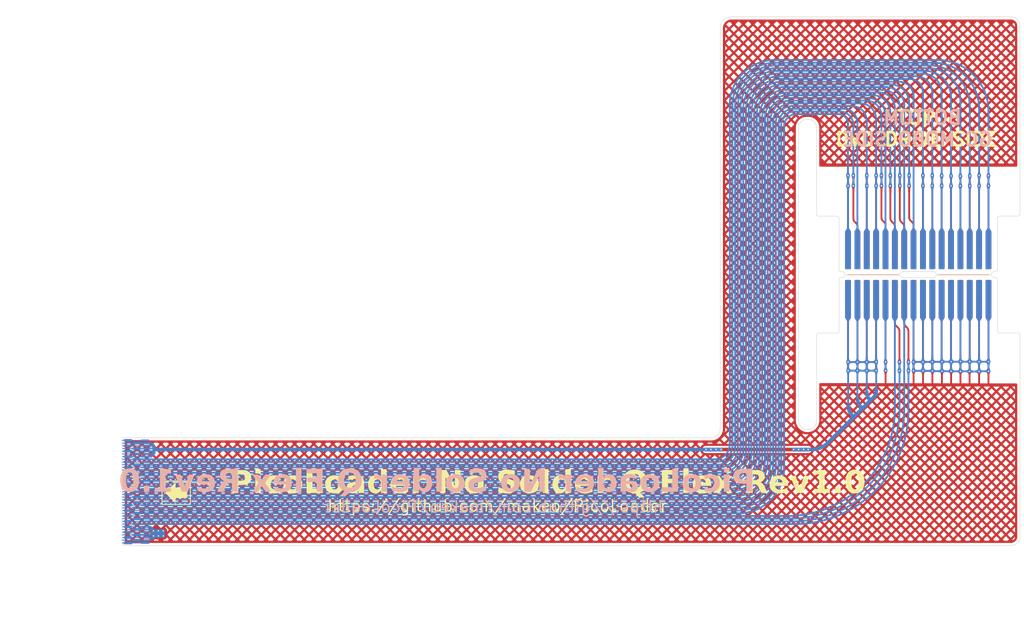
<source format=kicad_pcb>
(kicad_pcb (version 20241229) (generator "pcbnew") (generator_version "9.0")
  (layers (0 "F.Cu" signal) (2 "B.Cu" signal) (13 "F.Paste" user) (15 "B.Paste" user) (5 "F.SilkS" user "F.Silkscreen") (7 "B.SilkS" user "B.Silkscreen") (1 "F.Mask" user) (3 "B.Mask" user) (25 "Edge.Cuts" user))
  (net 0 "")
  (net 1 "/D4")
  (net 2 "/D0")
  (net 3 "/D3")
  (net 4 "/D5")
  (net 5 "/D1")
  (net 6 "/D2")
  (net 7 "+5V")
  (net 8 "/D6")
  (net 9 "/D7")
  (net 10 "GND")
  (net 11 "/GC_ERR")
  (net 12 "/DVD_RESET")
  (net 13 "/AISLR")
  (net 14 "/DVD_DSTRB")
  (net 15 "/GC_DSTRB")
  (net 16 "/GC_COVER")
  (net 17 "/HSTRB")
  (net 18 "/DVD_BRK")
  (net 19 "/AISCLK")
  (net 20 "/DVD_ERR")
  (net 21 "/GC_DIR")
  (net 22 "/GC_RESET")
  (net 23 "/DVD_COVER")
  (net 24 "/DVD_DIR")
  (net 25 "/GC_AISD")
  (net 26 "/DVD_AISD")
  (net 27 "/GC_BRK")
  (footprint "GamecubeConnectors:DVDCN_FLEX_PADS" (layer "F.Cu") (at 128.22 66.83)
    (property "Reference" "U1" (hide yes))
    (property "Value" "~" (hide yes))
  )
  (footprint "MolexLibrary:39 Pin 0.30MM Molex FFC" (layer "B.Cu") (at 42.524405 112.389999 180)
    (property "Reference" "J1" (hide yes))
    (property "Value" "5025983993")
    (fp_line (start 2.225408 13.6) (end 2.225409 2) (stroke (width 0.05)) (layer "Edge.Cuts"))
    (fp_line (start 2.025408 13.8) (end -5.4 13.8) (stroke (width 0.05)) (layer "Edge.Cuts"))
    (fp_line (start 2.025408 1.8) (end -5.4 1.8) (stroke (width 0.05)) (layer "Edge.Cuts"))
    (fp_arc (start 2.225408 13.6) (mid 2.16683 13.741424) (end 2.025408 13.8) (stroke (width 0.05)) (layer "Edge.Cuts"))
    (fp_arc (start 2.025408 1.8) (mid 2.166824 1.858581) (end 2.225409 2) (stroke (width 0.05)) (layer "Edge.Cuts"))
  )
  (gr_poly (pts (xy 46.178493 105.749998) (xy 45.138493 104.709999) (xy 46.178493 103.67)) (stroke (width 0.1)) (fill yes) (layer "F.SilkS"))
  (gr_line (start 130.9 80.47) (end 136.65 80.47) (stroke (width 0.1)) (layer "F.SilkS"))
  (gr_line (start 120.83 80.47) (end 126.58 80.47) (stroke (width 0.1)) (layer "F.SilkS"))
  (gr_poly (pts (xy 46.178492 105.249999) (xy 46.178493 104.169998) (xy 47.468491 104.169999) (xy 47.468491 105.249999)) (stroke (width 0.1)) (fill yes) (layer "F.SilkS"))
  (gr_poly (pts (xy 47.870992 105.999999) (xy 44.725992 105.999998) (xy 44.725991 103.399999) (xy 47.870992 103.399999)) (stroke (width 0.1)) (fill no) (layer "F.SilkS"))
  (gr_line (start 120.83 80.47) (end 126.58 80.47) (stroke (width 0.1)) (layer "B.SilkS"))
  (gr_line (start 130.9 80.47) (end 136.65 80.47) (stroke (width 0.1)) (layer "B.SilkS"))
  (gr_arc (start 140.04 73.69) (mid 139.966777 73.866777) (end 139.79 73.94) (stroke (width 0.05)) (layer "Edge.Cuts"))
  (gr_arc (start 136.86 80.44) (mid 136.953726 80.213726) (end 137.18 80.12) (stroke (width 0.05)) (layer "Edge.Cuts"))
  (gr_arc (start 137.18 80.79) (mid 136.953726 80.696274) (end 136.86 80.47) (stroke (width 0.05)) (layer "Edge.Cuts"))
  (gr_line (start 137.54 80.99) (end 137.54 86.69) (stroke (width 0.05)) (layer "Edge.Cuts"))
  (gr_line (start 127.06 80.79) (end 130.42 80.79) (stroke (width 0.05)) (layer "Edge.Cuts"))
  (gr_line (start 137.54 79.92) (end 137.54 74.19) (stroke (width 0.05)) (layer "Edge.Cuts"))
  (gr_arc (start 116.539828 63.212893) (mid 117.176208 63.476506) (end 117.439828 64.112893) (stroke (width 0.05)) (layer "Edge.Cuts"))
  (gr_line (start 119.94 80.99) (end 119.94 86.705) (stroke (width 0.05)) (layer "Edge.Cuts"))
  (gr_line (start 117.689828 73.955) (end 119.69 73.955) (stroke (width 0.05)) (layer "Edge.Cuts"))
  (gr_arc (start 119.94 80.99) (mid 119.998579 80.848579) (end 120.14 80.79) (stroke (width 0.05)) (layer "Edge.Cuts"))
  (gr_line (start 115.44 64.112893) (end 115.44 96.667107) (stroke (width 0.05)) (layer "Edge.Cuts"))
  (gr_arc (start 106.74 97.59) (mid 106.447107 98.297107) (end 105.74 98.59) (stroke (width 0.05)) (layer "Edge.Cuts"))
  (gr_arc (start 115.44 64.112893) (mid 115.703606 63.476501) (end 116.34 63.212893) (stroke (width 0.05)) (layer "Edge.Cuts"))
  (gr_arc (start 137.54 74.19) (mid 137.613223 74.013223) (end 137.79 73.94) (stroke (width 0.05)) (layer "Edge.Cuts"))
  (gr_arc (start 126.74 80.44) (mid 126.833726 80.213726) (end 127.06 80.12) (stroke (width 0.05)) (layer "Edge.Cuts"))
  (gr_arc (start 137.79 86.94) (mid 137.613223 86.866777) (end 137.54 86.69) (stroke (width 0.05)) (layer "Edge.Cuts"))
  (gr_arc (start 130.74 80.47) (mid 130.646274 80.696274) (end 130.42 80.79) (stroke (width 0.05)) (layer "Edge.Cuts"))
  (gr_arc (start 137.54 79.92) (mid 137.481421 80.061421) (end 137.34 80.12) (stroke (width 0.05)) (layer "Edge.Cuts"))
  (gr_line (start 107.99 51.79) (end 139.04 51.79) (stroke (width 0.05)) (layer "Edge.Cuts"))
  (gr_line (start 119.69 86.955) (end 117.69 86.955) (stroke (width 0.05)) (layer "Edge.Cuts"))
  (gr_arc (start 120.3 80.12) (mid 120.526274 80.213726) (end 120.62 80.44) (stroke (width 0.05)) (layer "Edge.Cuts"))
  (gr_line (start 130.74 80.44) (end 130.74 80.47) (stroke (width 0.05)) (layer "Edge.Cuts"))
  (gr_line (start 140.04 73.69) (end 140.04 52.79) (stroke (width 0.05)) (layer "Edge.Cuts"))
  (gr_line (start 47.924405 98.59) (end 105.74 98.59) (stroke (width 0.05)) (layer "Edge.Cuts"))
  (gr_line (start 116.539828 63.212893) (end 116.34 63.212893) (stroke (width 0.05)) (layer "Edge.Cuts"))
  (gr_line (start 127.06 80.12) (end 130.42 80.12) (stroke (width 0.05)) (layer "Edge.Cuts"))
  (gr_line (start 126.74 80.44) (end 126.74 80.47) (stroke (width 0.05)) (layer "Edge.Cuts"))
  (gr_arc (start 130.42 80.12) (mid 130.646274 80.213726) (end 130.74 80.44) (stroke (width 0.05)) (layer "Edge.Cuts"))
  (gr_arc (start 106.74 53.04) (mid 107.106117 52.156117) (end 107.99 51.79) (stroke (width 0.05)) (layer "Edge.Cuts"))
  (gr_line (start 120.14 80.12) (end 120.3 80.12) (stroke (width 0.05)) (layer "Edge.Cuts"))
  (gr_arc (start 139.79 86.94) (mid 139.966777 87.013223) (end 140.04 87.19) (stroke (width 0.05)) (layer "Edge.Cuts"))
  (gr_line (start 137.34 80.79) (end 137.18 80.79) (stroke (width 0.05)) (layer "Edge.Cuts"))
  (gr_line (start 137.34 80.12) (end 137.18 80.12) (stroke (width 0.05)) (layer "Edge.Cuts"))
  (gr_arc (start 117.44 87.205) (mid 117.513223 87.028223) (end 117.69 86.955) (stroke (width 0.05)) (layer "Edge.Cuts"))
  (gr_arc (start 117.689828 73.955) (mid 117.513104 73.881857) (end 117.439828 73.7052) (stroke (width 0.05)) (layer "Edge.Cuts"))
  (gr_line (start 137.79 86.94) (end 139.79 86.94) (stroke (width 0.05)) (layer "Edge.Cuts"))
  (gr_line (start 137.79 73.94) (end 139.79 73.94) (stroke (width 0.05)) (layer "Edge.Cuts"))
  (gr_line (start 136.86 80.47) (end 136.86 80.44) (stroke (width 0.05)) (layer "Edge.Cuts"))
  (gr_line (start 140.04 87.19) (end 140.04 109.589999) (stroke (width 0.05)) (layer "Edge.Cuts"))
  (gr_arc (start 119.69 73.955) (mid 119.866777 74.028223) (end 119.94 74.205) (stroke (width 0.05)) (layer "Edge.Cuts"))
  (gr_arc (start 139.04 51.79) (mid 139.747107 52.082893) (end 140.04 52.79) (stroke (width 0.05)) (layer "Edge.Cuts"))
  (gr_arc (start 120.62 80.47) (mid 120.526274 80.696274) (end 120.3 80.79) (stroke (width 0.05)) (layer "Edge.Cuts"))
  (gr_line (start 120.14 80.79) (end 120.3 80.79) (stroke (width 0.05)) (layer "Edge.Cuts"))
  (gr_arc (start 120.14 80.12) (mid 119.998579 80.061421) (end 119.94 79.92) (stroke (width 0.05)) (layer "Edge.Cuts"))
  (gr_line (start 117.44 87.205) (end 117.44 96.667107) (stroke (width 0.05)) (layer "Edge.Cuts"))
  (gr_line (start 119.94 79.92) (end 119.94 74.205) (stroke (width 0.05)) (layer "Edge.Cuts"))
  (gr_arc (start 116.44 97.667107) (mid 115.732891 97.374214) (end 115.44 96.667107) (stroke (width 0.05)) (layer "Edge.Cuts"))
  (gr_arc (start 117.44 96.667107) (mid 117.147104 97.374209) (end 116.44 97.667107) (stroke (width 0.05)) (layer "Edge.Cuts"))
  (gr_line (start 117.439828 73.7052) (end 117.439828 64.112893) (stroke (width 0.05)) (layer "Edge.Cuts"))
  (gr_line (start 120.62 80.47) (end 120.62 80.44) (stroke (width 0.05)) (layer "Edge.Cuts"))
  (gr_line (start 106.74 97.59) (end 106.74 53.04) (stroke (width 0.05)) (layer "Edge.Cuts"))
  (gr_arc (start 137.34 80.79) (mid 137.481421 80.848579) (end 137.54 80.99) (stroke (width 0.05)) (layer "Edge.Cuts"))
  (gr_arc (start 127.06 80.79) (mid 126.833726 80.696274) (end 126.74 80.47) (stroke (width 0.05)) (layer "Edge.Cuts"))
  (gr_arc (start 140.04 109.589999) (mid 139.747107 110.297106) (end 139.04 110.589999) (stroke (width 0.05)) (layer "Edge.Cuts"))
  (gr_line (start 47.924405 110.589999) (end 139.04 110.589999) (stroke (width 0.05)) (layer "Edge.Cuts"))
  (gr_arc (start 119.94 86.705) (mid 119.866777 86.881777) (end 119.69 86.955) (stroke (width 0.05)) (layer "Edge.Cuts"))
  (gr_text "https://github.com/makeo/PicoLoader" (at 81.96 106.16 0) (layer "F.SilkS") (effects (font (size 1.27 1.27))))
  (gr_text "PicoLoader No Solder Q Flex Rev1.0" (at 52.22 105.16 0) (layer "F.SilkS") (effects (font (size 2.5 2.5) (thickness 0.2) (bold yes)) (justify left bottom)))
  (gr_text "      TOP\nDVD DRIVE SIDE" (at 119.38 66.294 0) (layer "F.SilkS") (effects (font (size 1.5 1.5) (thickness 0.3)) (justify left bottom)))
  (gr_text "https://github.com/makeo/PicoLoader" (at 81.53 106.27 0) (layer "B.SilkS") (effects (font (size 1.27 1.27)) (justify mirror)))
  (gr_text "   BOTTOM\nGC MOBO SIDE" (at 137.16 66.294 0) (layer "B.SilkS") (effects (font (size 1.5 1.5) (thickness 0.3) (bold yes)) (justify left bottom mirror)))
  (gr_text "PicoLoader No Solder Q Flex Rev1.0" (at 110.62 105.02 0) (layer "B.SilkS") (effects (font (size 2.5 2.5) (thickness 0.2) (bold yes)) (justify left bottom mirror)))
  (segment (start 132.38 70.55) (end 132.38 69.48) (width 0.2) (layer "F.Cu") (net 1))
  (segment (start 132.38 77.73) (end 132.38 70.55) (width 0.2) (layer "F.Cu") (net 1))
  (via (at 132.38 70.58) (size 0.4) (drill 0.15) (layers "F.Cu" "B.Cu") (net 1))
  (via (at 132.38 69.48) (size 0.4) (drill 0.15) (layers "F.Cu" "B.Cu") (net 1))
  (segment (start 132.38 60.723702) (end 132.38 69.48) (width 0.2) (layer "B.Cu") (net 1))
  (segment (start 108.998 99.85158) (end 108.998 61.903327) (width 0.2) (layer "B.Cu") (net 1))
  (segment (start 42.848491 102.189999) (end 106.659581 102.189999) (width 0.2) (layer "B.Cu") (net 1))
  (segment (start 113.105434 57.795893) (end 129.452191 57.795893) (width 0.2) (layer "B.Cu") (net 1))
  (segment (start 132.38 77.73) (end 132.38 70.58) (width 0.2) (layer "B.Cu") (net 1))
  (segment (start 132.38 70.58) (end 132.38 69.48) (width 0.2) (layer "B.Cu") (net 1))
  (arc (start 129.452191 57.795893) (mid 131.522465 58.653428) (end 132.38 60.723702) (width 0.2) (layer "B.Cu") (net 1))
  (arc (start 108.998 61.903327) (mid 110.20104 58.998933) (end 113.105434 57.795893) (width 0.2) (layer "B.Cu") (net 1))
  (arc (start 106.659581 102.189999) (mid 108.313093 101.505092) (end 108.998 99.85158) (width 0.2) (layer "B.Cu") (net 1))
  (segment (start 136.54 77.73) (end 136.54 70.44) (width 0.2) (layer "F.Cu") (net 2))
  (segment (start 136.54 70.44) (end 136.54 69.46) (width 0.2) (layer "F.Cu") (net 2))
  (via (at 136.54 69.46) (size 0.4) (drill 0.15) (layers "F.Cu" "B.Cu") (net 2))
  (via (at 136.54 70.58) (size 0.4) (drill 0.15) (layers "F.Cu" "B.Cu") (net 2))
  (segment (start 107.794 61.599037) (end 107.794 99.329223) (width 0.2) (layer "B.Cu") (net 2))
  (segment (start 136.54 77.73) (end 136.54 70.58) (width 0.2) (layer "B.Cu") (net 2))
  (segment (start 130.87583 56.591893) (end 112.801144 56.591893) (width 0.2) (layer "B.Cu") (net 2))
  (segment (start 136.54 70.58) (end 136.54 69.46) (width 0.2) (layer "B.Cu") (net 2))
  (segment (start 106.133224 100.989999) (end 42.848491 100.989999) (width 0.2) (layer "B.Cu") (net 2))
  (segment (start 136.54 69.46) (end 136.54 62.256063) (width 0.2) (layer "B.Cu") (net 2))
  (arc (start 112.801144 56.591893) (mid 109.260559 58.058452) (end 107.794 61.599037) (width 0.2) (layer "B.Cu") (net 2))
  (arc (start 136.54 62.256063) (mid 134.881003 58.25089) (end 130.87583 56.591893) (width 0.2) (layer "B.Cu") (net 2))
  (arc (start 106.133224 100.989999) (mid 107.30757 100.503569) (end 107.794 99.329223) (width 0.2) (layer "B.Cu") (net 2))
  (segment (start 133.42 70.52) (end 133.42 69.5) (width 0.2) (layer "F.Cu") (net 3))
  (segment (start 133.42 77.73) (end 133.42 70.52) (width 0.2) (layer "F.Cu") (net 3))
  (via (at 133.42 70.58) (size 0.4) (drill 0.15) (layers "F.Cu" "B.Cu") (net 3))
  (via (at 133.42 69.5) (size 0.4) (drill 0.15) (layers "F.Cu" "B.Cu") (net 3))
  (segment (start 42.848491 101.889999) (end 106.570749 101.889999) (width 0.2) (layer "B.Cu") (net 3))
  (segment (start 133.42 77.73) (end 133.42 70.58) (width 0.2) (layer "B.Cu") (net 3))
  (segment (start 108.697 99.763748) (end 108.697 61.813577) (width 0.2) (layer "B.Cu") (net 3))
  (segment (start 133.42 70.58) (end 133.42 69.5) (width 0.2) (layer "B.Cu") (net 3))
  (segment (start 133.42 61.084508) (end 133.42 69.5) (width 0.2) (layer "B.Cu") (net 3))
  (segment (start 113.015684 57.494893) (end 129.830385 57.494893) (width 0.2) (layer "B.Cu") (net 3))
  (arc (start 129.830385 57.494893) (mid 132.368626 58.546267) (end 133.42 61.084508) (width 0.2) (layer "B.Cu") (net 3))
  (arc (start 108.697 61.813577) (mid 109.961913 58.759806) (end 113.015684 57.494893) (width 0.2) (layer "B.Cu") (net 3))
  (arc (start 106.570749 101.889999) (mid 108.074236 101.267235) (end 108.697 99.763748) (width 0.2) (layer "B.Cu") (net 3))
  (segment (start 131.34 77.73) (end 131.34 70.54) (width 0.2) (layer "F.Cu") (net 4))
  (segment (start 131.34 70.54) (end 131.34 69.46) (width 0.2) (layer "F.Cu") (net 4))
  (via (at 131.34 69.46) (size 0.4) (drill 0.15) (layers "F.Cu" "B.Cu") (net 4))
  (via (at 131.34 70.58) (size 0.4) (drill 0.15) (layers "F.Cu" "B.Cu") (net 4))
  (segment (start 131.34 70.58) (end 131.34 69.46) (width 0.2) (layer "B.Cu") (net 4))
  (segment (start 44.489998 102.489998) (end 42.848491 102.489998) (width 0.2) (layer "B.Cu") (net 4))
  (segment (start 131.34 69.46) (end 131.34 60.255042) (width 0.2) (layer "B.Cu") (net 4))
  (segment (start 129.181851 58.096893) (end 113.229342 58.096893) (width 0.2) (layer "B.Cu") (net 4))
  (segment (start 109.299 62.027235) (end 109.299 99.922) (width 0.2) (layer "B.Cu") (net 4))
  (segment (start 131.34 77.73) (end 131.34 70.58) (width 0.2) (layer "B.Cu") (net 4))
  (segment (start 106.731002 102.489998) (end 44.489998 102.489998) (width 0.2) (layer "B.Cu") (net 4))
  (arc (start 113.229342 58.096893) (mid 110.450171 59.248064) (end 109.299 62.027235) (width 0.2) (layer "B.Cu") (net 4))
  (arc (start 109.299 99.922) (mid 108.546851 101.737849) (end 106.731002 102.489998) (width 0.2) (layer "B.Cu") (net 4))
  (arc (start 131.34 60.255042) (mid 130.707893 58.729) (end 129.181851 58.096893) (width 0.2) (layer "B.Cu") (net 4))
  (segment (start 135.5 77.73) (end 135.5 70.52) (width 0.2) (layer "F.Cu") (net 5))
  (segment (start 135.5 70.52) (end 135.5 69.43) (width 0.2) (layer "F.Cu") (net 5))
  (via (at 135.5 69.43) (size 0.4) (drill 0.15) (layers "F.Cu" "B.Cu") (net 5))
  (via (at 135.5 70.58) (size 0.4) (drill 0.15) (layers "F.Cu" "B.Cu") (net 5))
  (segment (start 108.095 99.466591) (end 108.095 61.698549) (width 0.2) (layer "B.Cu") (net 5))
  (segment (start 135.5 61.999205) (end 135.5 69.43) (width 0.2) (layer "B.Cu") (net 5))
  (segment (start 135.5 77.73) (end 135.5 70.58) (width 0.2) (layer "B.Cu") (net 5))
  (segment (start 42.848491 101.289999) (end 106.271592 101.289999) (width 0.2) (layer "B.Cu") (net 5))
  (segment (start 112.900656 56.892893) (end 130.393688 56.892893) (width 0.2) (layer "B.Cu") (net 5))
  (segment (start 135.5 70.58) (end 135.5 69.43) (width 0.2) (layer "B.Cu") (net 5))
  (arc (start 108.095 61.698549) (mid 109.502544 58.300437) (end 112.900656 56.892893) (width 0.2) (layer "B.Cu") (net 5))
  (arc (start 130.393688 56.892893) (mid 134.004396 58.388497) (end 135.5 61.999205) (width 0.2) (layer "B.Cu") (net 5))
  (arc (start 106.271592 101.289999) (mid 107.560936 100.755935) (end 108.095 99.466591) (width 0.2) (layer "B.Cu") (net 5))
  (segment (start 134.46 77.73) (end 134.46 70.46) (width 0.2) (layer "F.Cu") (net 6))
  (segment (start 134.46 70.46) (end 134.46 70.59) (width 0.2) (layer "F.Cu") (net 6))
  (segment (start 134.46 70.46) (end 134.46 69.48) (width 0.2) (layer "F.Cu") (net 6))
  (via (at 134.46 70.58) (size 0.4) (drill 0.15) (layers "F.Cu" "B.Cu") (net 6))
  (via (at 134.46 69.48) (size 0.4) (drill 0.15) (layers "F.Cu" "B.Cu") (net 6))
  (segment (start 112.969686 57.193893) (end 129.960031 57.193893) (width 0.2) (layer "B.Cu") (net 6))
  (segment (start 42.848491 101.589999) (end 106.425345 101.589999) (width 0.2) (layer "B.Cu") (net 6))
  (segment (start 134.46 61.693862) (end 134.46 69.48) (width 0.2) (layer "B.Cu") (net 6))
  (segment (start 108.396 99.619344) (end 108.396 61.767579) (width 0.2) (layer "B.Cu") (net 6))
  (segment (start 134.46 70.58) (end 134.46 69.48) (width 0.2) (layer "B.Cu") (net 6))
  (segment (start 134.46 77.73) (end 134.46 70.58) (width 0.2) (layer "B.Cu") (net 6))
  (arc (start 108.396 61.767579) (mid 109.735602 58.533495) (end 112.969686 57.193893) (width 0.2) (layer "B.Cu") (net 6))
  (arc (start 106.425345 101.589999) (mid 107.818809 101.012808) (end 108.396 99.619344) (width 0.2) (layer "B.Cu") (net 6))
  (arc (start 129.960031 57.193893) (mid 133.14199 58.511903) (end 134.46 61.693862) (width 0.2) (layer "B.Cu") (net 6))
  (segment (start 121.98 89.33) (end 121.98 90.66) (width 0.2) (layer "F.Cu") (net 7))
  (segment (start 114.89 99.9) (end 106.84 99.9) (width 0.4) (layer "F.Cu") (net 7))
  (segment (start 120.94 90.19) (end 120.95 90.18) (width 0.2) (layer "F.Cu") (net 7))
  (segment (start 106.27 99.9) (end 106.84 99.9) (width 0.4) (layer "F.Cu") (net 7))
  (segment (start 106.27 99.9) (end 105.7 99.9) (width 0.4) (layer "F.Cu") (net 7))
  (segment (start 120.94 89.55) (end 120.94 90.73) (width 0.2) (layer "F.Cu") (net 7))
  (segment (start 120.94 91.12) (end 120.95 91.13) (width 0.2) (layer "F.Cu") (net 7))
  (segment (start 120.94 90.73) (end 120.94 91.12) (width 0.2) (layer "F.Cu") (net 7))
  (segment (start 121.98 91.13) (end 121.98 90.66) (width 0.2) (layer "F.Cu") (net 7))
  (segment (start 120.94 89.55) (end 120.94 90.17) (width 0.2) (layer "F.Cu") (net 7))
  (segment (start 121.98 83.18) (end 121.98 89.33) (width 0.2) (layer "F.Cu") (net 7))
  (segment (start 124.07 90.17) (end 124.07 91.09) (width 0.2) (layer "F.Cu") (net 7))
  (segment (start 124.06 83.18) (end 124.06 90.13) (width 0.2) (layer "F.Cu") (net 7))
  (segment (start 115.45 99.9) (end 116 99.9) (width 0.4) (layer "F.Cu") (net 7))
  (segment (start 121.98 90.18) (end 121.98 89.33) (width 0.2) (layer "F.Cu") (net 7))
  (segment (start 114.89 99.9) (end 115.45 99.9) (width 0.4) (layer "F.Cu") (net 7))
  (segment (start 105.7 99.9) (end 105.15 99.9) (width 0.4) (layer "F.Cu") (net 7))
  (segment (start 116.51 99.9) (end 114.89 99.9) (width 0.4) (layer "F.Cu") (net 7))
  (segment (start 124.07 91.241573) (end 124.07 91.14) (width 0.2) (layer "F.Cu") (net 7))
  (segment (start 123.02 90.18) (end 123.02 91.13) (width 0.2) (layer "F.Cu") (net 7))
  (segment (start 121.98 90.66) (end 121.98 90.18) (width 0.2) (layer "F.Cu") (net 7))
  (segment (start 120.94 90.17) (end 120.95 90.18) (width 0.2) (layer "F.Cu") (net 7))
  (segment (start 120.94 83.18) (end 120.94 89.55) (width 0.2) (layer "F.Cu") (net 7))
  (segment (start 120.94 90.73) (end 120.94 90.19) (width 0.2) (layer "F.Cu") (net 7))
  (segment (start 124.07 91.09) (end 124.08 91.1) (width 0.2) (layer "F.Cu") (net 7))
  (segment (start 123.02 90.18) (end 123.02 83.18) (width 0.2) (layer "F.Cu") (net 7))
  (segment (start 124.06 90.13) (end 124.07 90.14) (width 0.2) (layer "F.Cu") (net 7))
  (via (at 106.84 99.9) (size 0.4) (drill 0.15) (layers "F.Cu" "B.Cu") (net 7))
  (via (at 105.7 99.9) (size 0.4) (drill 0.15) (layers "F.Cu" "B.Cu") (net 7))
  (via (at 120.95 90.18) (size 0.4) (drill 0.15) (layers "F.Cu" "B.Cu") (net 7))
  (via (at 120.95 91.13) (size 0.4) (drill 0.15) (layers "F.Cu" "B.Cu") (net 7))
  (via (at 121.98 91.13) (size 0.4) (drill 0.15) (layers "F.Cu" "B.Cu") (net 7))
  (via (at 106.27 99.9) (size 0.4) (drill 0.15) (layers "F.Cu" "B.Cu") (net 7))
  (via (at 123.02 91.13) (size 0.4) (drill 0.15) (layers "F.Cu" "B.Cu") (net 7))
  (via (at 123.02 90.18) (size 0.4) (drill 0.15) (layers "F.Cu" "B.Cu") (net 7))
  (via (at 116 99.9) (size 0.4) (drill 0.15) (layers "F.Cu" "B.Cu") (net 7))
  (via (at 115.45 99.9) (size 0.4) (drill 0.15) (layers "F.Cu" "B.Cu") (net 7))
  (via (at 124.07 90.17) (size 0.4) (drill 0.15) (layers "F.Cu" "B.Cu") (net 7))
  (via (at 114.89 99.9) (size 0.4) (drill 0.15) (layers "F.Cu" "B.Cu") (net 7))
  (via (at 116.51 99.9) (size 0.4) (drill 0.15) (layers "F.Cu" "B.Cu") (net 7))
  (via (at 121.98 90.18) (size 0.4) (drill 0.15) (layers "F.Cu" "B.Cu") (net 7))
  (via (at 124.07 91.14) (size 0.4) (drill 0.15) (layers "F.Cu" "B.Cu") (net 7))
  (via (at 105.15 99.9) (size 0.4) (drill 0.15) (layers "F.Cu" "B.Cu") (net 7))
  (segment (start 121.98 91.13) (end 121.98 93.979879) (width 0.2) (layer "B.Cu") (net 7))
  (segment (start 43.888493 99.9) (end 43.888491 99.899998) (width 0.4) (layer "B.Cu") (net 7))
  (segment (start 123.02 83.18) (end 123.02 89.57) (width 0.2) (layer "B.Cu") (net 7))
  (segment (start 121.98 90.18) (end 121.98 91.13) (width 0.2) (layer "B.Cu") (net 7))
  (segment (start 116.874082 99.9) (end 116.51 99.9) (width 0.4) (layer "B.Cu") (net 7))
  (segment (start 124.06 89.38) (end 124.06 90.82) (width 0.2) (layer "B.Cu") (net 7))
  (segment (start 123.4087 94.4587) (end 124.07 93.7974) (width 0.4) (layer "B.Cu") (net 7))
  (segment (start 123.02 91.13) (end 121.98 91.13) (width 0.2) (layer "B.Cu") (net 7))
  (segment (start 123.02 89.57) (end 123.02 90.69) (width 0.2) (layer "B.Cu") (net 7))
  (segment (start 120.94 90.17) (end 120.95 90.18) (width 0.2) (layer "B.Cu") (net 7))
  (segment (start 105.7 99.9) (end 106.27 99.9) (width 0.4) (layer "B.Cu") (net 7))
  (segment (start 43.888491 99.899998) (end 43.778492 99.789999) (width 0.2) (layer "B.Cu") (net 7))
  (segment (start 120.94 83.18) (end 120.94 90.17) (width 0.2) (layer "B.Cu") (net 7))
  (segment (start 43.888492 99.508491) (end 43.57 99.19) (width 0.2) (layer "B.Cu") (net 7))
  (segment (start 43.888491 99.899998) (end 43.698491 100.089999) (width 0.2) (layer "B.Cu") (net 7))
  (segment (start 124.07 93.7974) (end 124.07 93.25) (width 0.4) (layer "B.Cu") (net 7))
  (segment (start 124.06 89.38) (end 124.06 90.16) (width 0.2) (layer "B.Cu") (net 7))
  (segment (start 121.98 90.18) (end 120.95 90.18) (width 0.2) (layer "B.Cu") (net 7))
  (segment (start 120.991479 95.16) (end 120.991479 95.202215) (width 0.4) (layer "B.Cu") (net 7))
  (segment (start 115.45 99.9) (end 116.51 99.9) (width 0.4) (layer "B.Cu") (net 7))
  (segment (start 123.02 90.18) (end 121.98 90.18) (width 0.2) (layer "B.Cu") (net 7))
  (segment (start 43.638491 100.389998) (end 42.848492 100.389998) (width 0.2) (layer "B.Cu") (net 7))
  (segment (start 105.15 99.9) (end 43.888493 99.9) (width 0.4) (layer "B.Cu") (net 7))
  (segment (start 116.51 99.9) (end 116 99.9) (width 0.4) (layer "B.Cu") (net 7))
  (segment (start 115.45 99.9) (end 114.89 99.9) (width 0.4) (layer "B.Cu") (net 7))
  (segment (start 124.06 90.82) (end 124.06 90.18) (width 0.2) (layer "B.Cu") (net 7))
  (segment (start 123.02 89.57) (end 123.02 90.18) (width 0.2) (layer "B.Cu") (net 7))
  (segment (start 123.02 90.18) (end 124.045858 90.18) (width 0.2) (layer "B.Cu") (net 7))
  (segment (start 43.778492 99.789999) (end 42.848492 99.789999) (width 0.2) (layer "B.Cu") (net 7))
  (segment (start 124.06 90.18) (end 124.07 90.17) (width 0.2) (layer "B.Cu") (net 7))
  (segment (start 121.5887 96.2787) (end 121.36022 96.05022) (width 0.4) (layer "B.Cu") (net 7))
  (segment (start 121.98 91.13) (end 120.95 91.13) (width 0.2) (layer "B.Cu") (net 7))
  (segment (start 43.888491 99.749998) (end 43.628492 99.489999) (width 0.2) (layer "B.Cu") (net 7))
  (segment (start 116 99.9) (end 115.45 99.9) (width 0.4) (layer "B.Cu") (net 7))
  (segment (start 43.888491 99.899998) (end 43.888492 99.508491) (width 0.2) (layer "B.Cu") (net 7))
  (segment (start 43.57 99.19) (end 42.848492 99.189999) (width 0.2) (layer "B.Cu") (net 7))
  (segment (start 121.5887 96.2787) (end 118.740492 99.126908) (width 0.4) (layer "B.Cu") (net 7))
  (segment (start 43.888491 99.899998) (end 43.888491 100.139999) (width 0.2) (layer "B.Cu") (net 7))
  (segment (start 124.06 83.18) (end 124.06 89.38) (width 0.2) (layer "B.Cu") (net 7))
  (segment (start 43.698491 100.089999) (end 42.848492 100.089999) (width 0.2) (layer "B.Cu") (net 7))
  (segment (start 123.02 90.69) (end 123.02 90.18) (width 0.2) (layer "B.Cu") (net 7))
  (segment (start 124.06 90.82) (end 124.06 91.13) (width 0.2) (layer "B.Cu") (net 7))
  (segment (start 123.02 90.69) (end 123.02 91.13) (width 0.2) (layer "B.Cu") (net 7))
  (segment (start 120.95 91.13) (end 120.95 94.736742) (width 0.2) (layer "B.Cu") (net 7))
  (segment (start 121.98 83.18) (end 121.98 90.18) (width 0.2) (layer "B.Cu") (net 7))
  (segment (start 124.06 90.16) (end 124.07 90.17) (width 0.2) (layer "B.Cu") (net 7))
  (segment (start 43.888491 100.319998) (end 43.518491 100.689998) (width 0.2) (layer "B.Cu") (net 7))
  (segment (start 122.5387 95.3287) (end 122.367035 95.157035) (width 0.4) (layer "B.Cu") (net 7))
  (segment (start 43.888491 100.139999) (end 43.638491 100.389998) (width 0.2) (layer "B.Cu") (net 7))
  (segment (start 43.628492 99.489999) (end 42.848492 99.489999) (width 0.2) (layer "B.Cu") (net 7))
  (segment (start 105.7 99.9) (end 105.15 99.9) (width 0.4) (layer "B.Cu") (net 7))
  (segment (start 122.5387 95.3287) (end 123.4087 94.4587) (width 0.4) (layer "B.Cu") (net 7))
  (segment (start 120.95 91.13) (end 120.95 90.18) (width 0.2) (layer "B.Cu") (net 7))
  (segment (start 123.02 91.13) (end 123.02 93.520295) (width 0.2) (layer "B.Cu") (net 7))
  (segment (start 122.5387 95.3287) (end 121.5887 96.2787) (width 0.4) (layer "B.Cu") (net 7))
  (segment (start 124.06 91.13) (end 124.07 91.14) (width 0.2) (layer "B.Cu") (net 7))
  (segment (start 43.888491 99.899998) (end 43.888491 100.319998) (width 0.2) (layer "B.Cu") (net 7))
  (segment (start 43.888491 99.899998) (end 43.888491 99.749998) (width 0.2) (layer "B.Cu") (net 7))
  (segment (start 124.07 91.14) (end 124.07 93.25) (width 0.2) (layer "B.Cu") (net 7))
  (segment (start 43.518491 100.689998) (end 42.848492 100.689998) (width 0.2) (layer "B.Cu") (net 7))
  (segment (start 105.15 99.9) (end 106.84 99.9) (width 0.4) (layer "B.Cu") (net 7))
  (segment (start 124.045858 91.13) (end 123.02 91.13) (width 0.2) (layer "B.Cu") (net 7))
  (arc (start 124.045858 90.18) (mid 124.058924 90.177401) (end 124.07 90.17) (width 0.2) (layer "B.Cu") (net 7))
  (arc (start 123.4087 94.4587) (mid 123.12102 94.028156) (end 123.02 93.520295) (width 0.4) (layer "B.Cu") (net 7))
  (arc (start 121.98 93.979879) (mid 122.125202 94.709855) (end 122.5387 95.3287) (width 0.2) (layer "B.Cu") (net 7))
  (arc (start 122.367035 95.157035) (mid 122.098168 94.754648) (end 122.003755 94.28) (width 0.4) (layer "B.Cu") (net 7))
  (arc (start 124.07 91.14) (mid 124.058924 91.132598) (end 124.045858 91.13) (width 0.2) (layer "B.Cu") (net 7))
  (arc (start 120.95 94.736742) (mid 121.115993 95.571243) (end 121.5887 96.2787) (width 0.2) (layer "B.Cu") (net 7))
  (arc (start 121.36022 96.05022) (mid 121.087312 95.641784) (end 120.991479 95.16) (width 0.4) (layer "B.Cu") (net 7))
  (arc (start 118.740492 99.126908) (mid 117.884176 99.69908) (end 116.874082 99.9) (width 0.4) (layer "B.Cu") (net 7))
  (segment (start 130.3 70.54) (end 130.3 69.44) (width 0.2) (layer "F.Cu") (net 8))
  (segment (start 130.3 77.73) (end 130.3 70.54) (width 0.2) (layer "F.Cu") (net 8))
  (via (at 130.3 69.44) (size 0.4) (drill 0.15) (layers "F.Cu" "B.Cu") (net 8))
  (via (at 130.3 70.58) (size 0.4) (drill 0.15) (layers "F.Cu" "B.Cu") (net 8))
  (segment (start 109.6 62.193803) (end 109.6 100.009834) (width 0.2) (layer "B.Cu") (net 8))
  (segment (start 130.3 77.73) (end 130.3 70.54) (width 0.2) (layer "B.Cu") (net 8))
  (segment (start 106.819836 102.789998) (end 42.848491 102.789998) (width 0.2) (layer "B.Cu") (net 8))
  (segment (start 128.468069 58.397893) (end 113.39591 58.397893) (width 0.2) (layer "B.Cu") (net 8))
  (segment (start 130.3 70.54) (end 130.3 69.44) (width 0.2) (layer "B.Cu") (net 8))
  (segment (start 130.3 69.44) (end 130.3 60.229824) (width 0.2) (layer "B.Cu") (net 8))
  (arc (start 109.6 100.009834) (mid 108.785709 101.975707) (end 106.819836 102.789998) (width 0.2) (layer "B.Cu") (net 8))
  (arc (start 113.39591 58.397893) (mid 110.711796 59.509689) (end 109.6 62.193803) (width 0.2) (layer "B.Cu") (net 8))
  (arc (start 130.3 60.229824) (mid 129.76344 58.934453) (end 128.468069 58.397893) (width 0.2) (layer "B.Cu") (net 8))
  (segment (start 129.26 77.73) (end 129.26 70.58) (width 0.2) (layer "F.Cu") (net 9))
  (segment (start 129.26 70.58) (end 129.26 69.44) (width 0.2) (layer "F.Cu") (net 9))
  (via (at 129.26 69.44) (size 0.4) (drill 0.15) (layers "F.Cu" "B.Cu") (net 9))
  (via (at 129.26 70.58) (size 0.4) (drill 0.15) (layers "F.Cu" "B.Cu") (net 9))
  (segment (start 106.949662 103.089999) (end 42.84849 103.089999) (width 0.2) (layer "B.Cu") (net 9))
  (segment (start 109.901996 62.32358) (end 109.901996 100.137665) (width 0.2) (layer "B.Cu") (net 9))
  (segment (start 129.26 69.44) (end 129.26 70.58) (width 0.2) (layer "B.Cu") (net 9))
  (segment (start 129.26 69.44) (end 129.26 60.146352) (width 0.2) (layer "B.Cu") (net 9))
  (segment (start 129.26 77.73) (end 129.26 70.58) (width 0.2) (layer "B.Cu") (net 9))
  (segment (start 127.812541 58.698893) (end 113.526683 58.698893) (width 0.2) (layer "B.Cu") (net 9))
  (arc (start 113.526683 58.698893) (mid 110.963642 59.760539) (end 109.901996 62.32358) (width 0.2) (layer "B.Cu") (net 9))
  (arc (start 129.26 60.146352) (mid 128.836049 59.122844) (end 127.812541 58.698893) (width 0.2) (layer "B.Cu") (net 9))
  (arc (start 109.901996 100.137665) (mid 109.037277 102.22528) (end 106.949662 103.089999) (width 0.2) (layer "B.Cu") (net 9))
  (segment (start 129.26 89.56) (end 129.26 90.63) (width 0.2) (layer "F.Cu") (net 10))
  (segment (start 135.5 90.74) (end 135.5 91.22) (width 0.2) (layer "F.Cu") (net 10))
  (segment (start 125.11 91.14) (end 125.11 92.7) (width 0.2) (layer "F.Cu") (net 10))
  (segment (start 128.22 90.81) (end 128.22 90.18) (width 0.2) (layer "F.Cu") (net 10))
  (segment (start 132.38 89.44) (end 132.38 90.82) (width 0.2) (layer "F.Cu") (net 10))
  (segment (start 130.3 89.46) (end 130.3 90.14) (width 0.2) (layer "F.Cu") (net 10))
  (segment (start 129.27 90.62) (end 129.26 90.63) (width 0.2) (layer "F.Cu") (net 10))
  (segment (start 130.3 83.18) (end 130.3 89.46) (width 0.2) (layer "F.Cu") (net 10))
  (segment (start 129.27 89.73) (end 129.26 89.72) (width 0.2) (layer "F.Cu") (net 10))
  (segment (start 133.43 91.21) (end 133.43 92.66) (width 0.2) (layer "F.Cu") (net 10))
  (segment (start 132.38 83.18) (end 132.38 89.44) (width 0.2) (layer "F.Cu") (net 10))
  (segment (start 130.3 90.8) (end 130.3 90.16) (width 0.2) (layer "F.Cu") (net 10))
  (segment (start 128.22 90.57) (end 128.22 90.194142) (width 0.2) (layer "F.Cu") (net 10))
  (segment (start 134.46 90.12) (end 134.45 90.13) (width 0.2) (layer "F.Cu") (net 10))
  (segment (start 129.26 90.15) (end 129.27 90.16) (width 0.2) (layer "F.Cu") (net 10))
  (segment (start 129.27 90.16) (end 129.27 90.62) (width 0.2) (layer "F.Cu") (net 10))
  (segment (start 130.3 90.14) (end 130.31 90.15) (width 0.2) (layer "F.Cu") (net 10))
  (segment (start 128.22 83.18) (end 128.22 89.39) (width 0.2) (layer "F.Cu") (net 10))
  (segment (start 134.44 91.21) (end 134.44 92.68) (width 0.2) (layer "F.Cu") (net 10))
  (segment (start 129.26 83.18) (end 129.26 89.56) (width 0.2) (layer "F.Cu") (net 10))
  (segment (start 128.22 91.14) (end 128.22 92.65) (width 0.2) (layer "F.Cu") (net 10))
  (segment (start 132.38 89.44) (end 132.38 90.14) (width 0.2) (layer "F.Cu") (net 10))
  (segment (start 128.22 90.57) (end 128.22 90.81) (width 0.2) (layer "F.Cu") (net 10))
  (segment (start 125.1 90.16) (end 125.11 90.17) (width 0.2) (layer "F.Cu") (net 10))
  (segment (start 134.46 83.18) (end 134.46 90.12) (width 0.2) (layer "F.Cu") (net 10))
  (segment (start 125.11 90.17) (end 125.11 91.14) (width 0.2) (layer "F.Cu") (net 10))
  (segment (start 135.5 91.22) (end 135.51 91.23) (width 0.2) (layer "F.Cu") (net 10))
  (segment (start 135.5 90.14) (end 135.5 90.74) (width 0.2) (layer "F.Cu") (net 10))
  (segment (start 136.54 89.51) (end 136.54 90.14) (width 0.2) (layer "F.Cu") (net 10))
  (segment (start 128.22 90.18) (end 128.21 90.17) (width 0.2) (layer "F.Cu") (net 10))
  (segment (start 128.22 89.39) (end 128.22 90.57) (width 0.2) (layer "F.Cu") (net 10))
  (segment (start 133.42 90.12) (end 133.43 90.13) (width 0.2) (layer "F.Cu") (net 10))
  (segment (start 133.42 90.66) (end 133.42 90.154142) (width 0.2) (layer "F.Cu") (net 10))
  (segment (start 129.26 89.72) (end 129.26 90.15) (width 0.2) (layer "F.Cu") (net 10))
  (segment (start 132.38 90.82) (end 132.38 91.175858) (width 0.2) (layer "F.Cu") (net 10))
  (segment (start 136.54 90.14) (end 136.54 89.74) (width 0.2) (layer "F.Cu") (net 10))
  (segment (start 131.34 90.13) (end 131.35 90.14) (width 0.2) (layer "F.Cu") (net 10))
  (segment (start 135.5 90.74) (end 135.5 91.23) (width 0.2) (layer "F.Cu") (net 10))
  (segment (start 134.45 90.13) (end 134.45 90.74) (width 0.2) (layer "F.Cu") (net 10))
  (segment (start 132.39 91.2) (end 132.39 92.65) (width 0.2) (layer "F.Cu") (net 10))
  (segment (start 136.54 91.2) (end 136.54 92.63) (width 0.2) (layer "F.Cu") (net 10))
  (segment (start 130.3 91.135858) (end 130.3 90.8) (width 0.2) (layer "F.Cu") (net 10))
  (segment (start 133.42 90.9) (end 133.42 90.66) (width 0.2) (layer "F.Cu") (net 10))
  (segment (start 129.26 89.56) (end 129.26 89.72) (width 0.2) (layer "F.Cu") (net 10))
  (segment (start 136.54 89.51) (end 136.54 89.74) (width 0.2) (layer "F.Cu") (net 10))
  (segment (start 131.34 83.18) (end 131.34 90.13) (width 0.2) (layer "F.Cu") (net 10))
  (segment (start 135.5 83.18) (end 135.5 90.14) (width 0.2) (layer "F.Cu") (net 10))
  (segment (start 133.42 89.57) (end 133.42 90.12) (width 0.2) (layer "F.Cu") (net 10))
  (segment (start 129.27 91.15) (end 129.26 91.14) (width 0.2) (layer "F.Cu") (net 10))
  (segment (start 133.42 83.18) (end 133.42 89.57) (width 0.2) (layer "F.Cu") (net 10))
  (segment (start 129.26 91.14) (end 129.26 90.63) (width 0.2) (layer "F.Cu") (net 10))
  (segment (start 131.35 90.14) (end 131.35 91.141716) (width 0.2) (layer "F.Cu") (net 10))
  (segment (start 128.22 90.81) (end 128.22 91.14) (width 0.2) (layer "F.Cu") (net 10))
  (segment (start 136.54 83.18) (end 136.54 89.51) (width 0.2) (layer "F.Cu") (net 10))
  (segment (start 130.31 91.16) (end 130.31 92.66) (width 0.2) (layer "F.Cu") (net 10))
  (segment (start 132.38 90.82) (end 132.38 90.14) (width 0.2) (layer "F.Cu") (net 10))
  (segment (start 133.42 89.57) (end 133.42 90.9) (width 0.2) (layer "F.Cu") (net 10))
  (segment (start 135.5 91.23) (end 135.5 92.67) (width 0.2) (layer "F.Cu") (net 10))
  (segment (start 130.3 89.46) (end 130.3 90.8) (width 0.2) (layer "F.Cu") (net 10))
  (segment (start 129.27 91.15) (end 129.27 89.73) (width 0.2) (layer "F.Cu") (net 10))
  (segment (start 136.54 91.2) (end 136.54 90.14) (width 0.2) (layer "F.Cu") (net 10))
  (segment (start 133.42 90.9) (end 133.42 91.185858) (width 0.2) (layer "F.Cu") (net 10))
  (segment (start 130.3 90.16) (end 130.31 90.15) (width 0.2) (layer "F.Cu") (net 10))
  (segment (start 125.1 83.18) (end 125.1 90.16) (width 0.2) (layer "F.Cu") (net 10))
  (segment (start 136.54 89.74) (end 136.54 91.2) (width 0.2) (layer "F.Cu") (net 10))
  (segment (start 129.27 91.15) (end 129.27 92.64) (width 0.2) (layer "F.Cu") (net 10))
  (segment (start 134.45 90.74) (end 134.45 91.185858) (width 0.2) (layer "F.Cu") (net 10))
  (segment (start 128.22 89.39) (end 128.22 90.145858) (width 0.2) (layer "F.Cu") (net 10))
  (segment (start 133.42 90.66) (end 133.42 91.185858) (width 0.2) (layer "F.Cu") (net 10))
  (segment (start 131.37 91.19) (end 131.37 92.65) (width 0.2) (layer "F.Cu") (net 10))
  (via (at 135.5 91.23) (size 0.4) (drill 0.15) (layers "F.Cu" "B.Cu") (net 10))
  (via (at 43.778492 109.51) (size 0.4) (drill 0.15) (layers "F.Cu" "B.Cu") (net 10))
  (via (at 44.328492 109.509999) (size 0.4) (drill 0.15) (layers "F.Cu" "B.Cu") (net 10))
  (via (at 43.768492 108.949998) (size 0.4) (drill 0.15) (layers "F.Cu" "B.Cu") (net 10))
  (via (at 44.858491 108.949998) (size 0.4) (drill 0.15) (layers "F.Cu" "B.Cu") (net 10))
  (via (at 128.21 90.17) (size 0.4) (drill 0.15) (layers "F.Cu" "B.Cu") (net 10))
  (via (at 136.54 90.14) (size 0.4) (drill 0.15) (layers "F.Cu" "B.Cu") (net 10))
  (via (at 130.31 90.15) (size 0.4) (drill 0.15) (layers "F.Cu" "B.Cu") (net 10))
  (via (at 132.39 91.2) (size 0.4) (drill 0.15) (layers "F.Cu" "B.Cu") (net 10))
  (via (at 129.27 90.16) (size 0.4) (drill 0.15) (layers "F.Cu" "B.Cu") (net 10))
  (via (at 135.5 90.14) (size 0.4) (drill 0.15) (layers "F.Cu" "B.Cu") (net 10))
  (via (at 125.11 90.17) (size 0.4) (drill 0.15) (layers "F.Cu" "B.Cu") (net 10))
  (via (at 132.39 90.14) (size 0.4) (drill 0.15) (layers "F.Cu" "B.Cu") (net 10))
  (via (at 136.54 91.2) (size 0.4) (drill 0.15) (layers "F.Cu" "B.Cu") (net 10))
  (via (at 128.22 91.14) (size 0.4) (drill 0.15) (layers "F.Cu" "B.Cu") (net 10))
  (via (at 131.37 90.14) (size 0.4) (drill 0.15) (layers "F.Cu" "B.Cu") (net 10))
  (via (at 133.43 91.21) (size 0.4) (drill 0.15) (layers "F.Cu" "B.Cu") (net 10))
  (via (at 134.44 90.13) (size 0.4) (drill 0.15) (layers "F.Cu" "B.Cu") (net 10))
  (via (at 44.868491 109.509999) (size 0.4) (drill 0.15) (layers "F.Cu" "B.Cu") (net 10))
  (via (at 44.308491 108.949999) (size 0.4) (drill 0.15) (layers "F.Cu" "B.Cu") (net 10))
  (via (at 130.31 91.16) (size 0.4) (drill 0.15) (layers "F.Cu" "B.Cu") (net 10))
  (via (at 134.44 91.21) (size 0.4) (drill 0.15) (layers "F.Cu" "B.Cu") (net 10))
  (via (at 133.43 90.13) (size 0.4) (drill 0.15) (layers "F.Cu" "B.Cu") (net 10))
  (via (at 131.37 91.19) (size 0.4) (drill 0.15) (layers "F.Cu" "B.Cu") (net 10))
  (via (at 125.11 91.14) (size 0.4) (drill 0.15) (layers "F.Cu" "B.Cu") (net 10))
  (via (at 129.27 91.15) (size 0.4) (drill 0.15) (layers "F.Cu" "B.Cu") (net 10))
  (arc (start 133.42 90.154142) (mid 133.422599 90.141077) (end 133.43 90.13) (width 0.2) (layer "F.Cu") (net 10))
  (arc (start 133.42 91.185858) (mid 133.422599 91.198923) (end 133.43 91.21) (width 0.2) (layer "F.Cu") (net 10))
  (arc (start 128.22 90.145858) (mid 128.217401 90.158924) (end 128.21 90.17) (width 0.2) (layer "F.Cu") (net 10))
  (arc (start 131.35 91.141716) (mid 131.355198 91.167847) (end 131.37 91.19) (width 0.2) (layer "F.Cu") (net 10))
  (arc (start 130.31 91.16) (mid 130.302598 91.148924) (end 130.3 91.135858) (width 0.2) (layer "F.Cu") (net 10))
  (arc (start 132.38 91.175858) (mid 132.382599 91.188923) (end 132.39 91.2) (width 0.2) (layer "F.Cu") (net 10))
  (arc (start 134.45 91.185858) (mid 134.447401 91.198924) (end 134.44 91.21) (width 0.2) (layer "F.Cu") (net 10))
  (arc (start 128.22 90.194142) (mid 128.217401 90.181076) (end 128.21 90.17) (width 0.2) (layer "F.Cu") (net 10))
  (segment (start 130.3 90.16) (end 130.31 90.15) (width 0.2) (layer "B.Cu") (net 10))
  (segment (start 131.34 89.52) (end 131.34 90.13) (width 0.2) (layer "B.Cu") (net 10))
  (segment (start 135.5 91.23) (end 134.488284 91.23) (width 0.2) (layer "B.Cu") (net 10))
  (segment (start 44.328491 108.969999) (end 44.308491 108.949999) (width 0.4) (layer "B.Cu") (net 10))
  (segment (start 133.42 83.18) (end 133.42 90.12) (width 0.2) (layer "B.Cu") (net 10))
  (segment (start 131.34 90.77) (end 131.34 91.16) (width 0.2) (layer "B.Cu") (net 10))
  (segment (start 130.3 89.46) (end 130.3 90.14) (width 0.2) (layer "B.Cu") (net 10))
  (segment (start 44.868492 109.249999) (end 43.778492 109.249998) (width 0.4) (layer "B.Cu") (net 10))
  (segment (start 42.848492 109.689998) (end 43.598492 109.689998) (width 0.2) (layer "B.Cu") (net 10))
  (segment (start 129.27 91.15) (end 129.27 90.16) (width 0.2) (layer "B.Cu") (net 10))
  (segment (start 135.5 89.23) (end 135.5 91.22) (width 0.2) (layer "B.Cu") (net 10))
  (segment (start 129.26 90.15) (end 129.27 90.16) (width 0.2) (layer "B.Cu") (net 10))
  (segment (start 43.778492 108.959998) (end 43.768492 108.949998) (width 0.2) (layer "B.Cu") (net 10))
  (segment (start 44.328492 109.509999) (end 44.328491 108.969999) (width 0.4) (layer "B.Cu") (net 10))
  (segment (start 129.27 90.16) (end 130.285858 90.16) (width 0.2) (layer "B.Cu") (net 10))
  (segment (start 42.848492 108.489999) (end 43.308492 108.489999) (width 0.2) (layer "B.Cu") (net 10))
  (segment (start 134.46 90.79) (end 134.46 91.19) (width 0.2) (layer "B.Cu") (net 10))
  (segment (start 43.658491 109.389998) (end 43.778492 109.51) (width 0.2) (layer "B.Cu") (net 10))
  (segment (start 42.848492 109.089998) (end 43.628492 109.089998) (width 0.2) (layer "B.Cu") (net 10))
  (segment (start 43.778492 109.249998) (end 43.778492 108.959998) (width 0.2) (layer "B.Cu") (net 10))
  (segment (start 130.31 90.15) (end 130.31 91.16) (width 0.2) (layer "B.Cu") (net 10))
  (segment (start 134.46 89.41) (end 134.46 90.79) (width 0.2) (layer "B.Cu") (net 10))
  (segment (start 134.44 90.13) (end 135.475858 90.13) (width 0.2) (layer "B.Cu") (net 10))
  (segment (start 130.3 90.14) (end 130.31 90.15) (width 0.2) (layer "B.Cu") (net 10))
  (segment (start 44.868491 109.509999) (end 44.868492 109.249999) (width 0.4) (layer "B.Cu") (net 10))
  (segment (start 130.3 89.46) (end 130.3 90.82) (width 0.2) (layer "B.Cu") (net 10))
  (segment (start 131.37 91.19) (end 131.37 90.14) (width 0.2) (layer "B.Cu") (net 10))
  (segment (start 134.46 91.19) (end 134.44 91.21) (width 0.2) (layer "B.Cu") (net 10))
  (segment (start 129.26 83.18) (end 129.26 89.46) (width 0.2) (layer "B.Cu") (net 10))
  (segment (start 132.38 90.14) (end 132.38 83.18) (width 0.2) (layer "B.Cu") (net 10))
  (segment (start 129.26 90.77) (end 129.26 90.17) (width 0.2) (layer "B.Cu") (net 10))
  (segment (start 131.34 90.77) (end 131.34 90.15) (width 0.2) (layer "B.Cu") (net 10))
  (segment (start 128.234142 90.16) (end 129.27 90.16) (width 0.2) (layer "B.Cu") (net 10))
  (segment (start 129.26 89.46) (end 129.26 90.77) (width 0.2) (layer "B.Cu") (net 10))
  (segment (start 136.54 90.56) (end 136.54 90.72) (width 0.2) (layer "B.Cu") (net 10))
  (segment (start 133.43 90.13) (end 134.44 90.13) (width 0.2) (layer "B.Cu") (net 10))
  (segment (start 131.34 90.13) (end 131.35 90.14) (width 0.2) (layer "B.Cu") (net 10))
  (segment (start 135.51 90.15) (end 135.5 90.14) (width 0.2) (layer "B.Cu") (net 10))
  (segment (start 44.868492 109.249999) (end 44.868492 108.959999) (width 0.4) (layer "B.Cu") (net 10))
  (segment (start 131.37 90.14) (end 132.39 90.14) (width 0.2) (layer "B.Cu") (net 10))
  (segment (start 43.628492 109.089998) (end 43.768492 108.949998) (width 0.2) (layer "B.Cu") (net 10))
  (segment (start 131.34 90.15) (end 131.35 90.14) (width 0.2) (layer "B.Cu") (net 10))
  (segment (start 43.778492 109.51) (end 43.778492 109.249998) (width 0.2) (layer "B.Cu") (net 10))
  (segment (start 42.848492 109.989998) (end 43.298492 109.989998) (width 0.2) (layer "B.Cu") (net 10))
  (segment (start 135.5 89.23) (end 135.5 90.14) (width 0.2) (layer "B.Cu") (net 10))
  (segment (start 43.778492 109.51) (end 44.328492 109.509999) (width 0.4) (layer "B.Cu") (net 10))
  (segment (start 44.868492 108.959999) (end 44.858491 108.949998) (width 0.4) (layer "B.Cu") (net 10))
  (segment (start 42.848492 109.389998) (end 43.658491 109.389998) (width 0.2) (layer "B.Cu") (net 10))
  (segment (start 131.34 91.16) (end 131.37 91.19) (width 0.2) (layer "B.Cu") (net 10))
  (segment (start 131.34 83.18) (end 131.34 89.52) (width 0.2) (layer "B.Cu") (net 10))
  (segment (start 133.43 91.21) (end 132.414142 91.21) (width 0.2) (layer "B.Cu") (net 10))
  (segment (start 130.3 90.82) (end 130.3 91.15) (width 0.2) (layer "B.Cu") (net 10))
  (segment (start 129.26 91.14) (end 129.27 91.15) (width 0.2) (layer "B.Cu") (net 10))
  (segment (start 131.34 89.52) (end 131.34 90.77) (width 0.2) (layer "B.Cu") (net 10))
  (segment (start 125.11 90.17) (end 125.11 91.15) (width 0.2) (layer "B.Cu") (net 10))
  (segment (start 132.39 90.14) (end 133.405858 90.14) (width 0.2) (layer "B.Cu") (net 10))
  (segment (start 125.1 83.18) (end 125.1 90.15) (width 0.2) (layer "B.Cu") (net 10))
  (segment (start 134.44 91.21) (end 133.43 91.21) (width 0.2) (layer "B.Cu") (net 10))
  (segment (start 136.54 90.14) (end 136.54 90.56) (width 0.2) (layer "B.Cu") (net 10))
  (segment (start 135.5 83.18) (end 135.5 89.23) (width 0.2) (layer "B.Cu") (net 10))
  (segment (start 128.22 91.14) (end 128.22 90.18) (width 0.2) (layer "B.Cu") (net 10))
  (segment (start 129.26 89.46) (end 129.26 90.15) (width 0.2) (layer "B.Cu") (net 10))
  (segment (start 135.5 90.14) (end 136.54 90.14) (width 0.2) (layer "B.Cu") (net 10))
  (segment (start 136.54 90.14) (end 136.54 83.18) (width 0.2) (layer "B.Cu") (net 10))
  (segment (start 43.978491 108.949998) (end 44.308491 108.949999) (width 0.4) (layer "B.Cu") (net 10))
  (segment (start 133.42 90.12) (end 133.43 90.13) (width 0.2) (layer "B.Cu") (net 10))
  (segment (start 130.31 90.15) (end 131.345858 90.15) (width 0.2) (layer "B.Cu") (net 10))
  (segment (start 135.5 90.14) (end 135.5 91.23) (width 0.2) (layer "B.Cu") (net 10))
  (segment (start 131.37 91.19) (end 130.382426 91.19) (width 0.2) (layer "B.Cu") (net 10))
  (segment (start 125.1 90.15) (end 125.11 90.16) (width 0.2) (layer "B.Cu") (net 10))
  (segment (start 134.46 89.41) (end 134.46 90.12) (width 0.2) (layer "B.Cu") (net 10))
  (segment (start 44.328492 109.509999) (end 44.868491 109.509999) (width 0.4) (layer "B.Cu") (net 10))
  (segment (start 134.45 90.78) (end 134.46 90.79) (width 0.2) (layer "B.Cu") (net 10))
  (segment (start 130.3 91.15) (end 130.31 91.16) (width 0.2) (layer "B.Cu") (net 10))
  (segment (start 136.54 91.2) (end 136.54 90.56) (width 0.2) (layer "B.Cu") (net 10))
  (segment (start 132.39 91.2) (end 131.394142 91.2) (width 0.2) (layer "B.Cu") (net 10))
  (segment (start 43.768492 108.949998) (end 43.978491 108.949998) (width 0.4) (layer "B.Cu") (net 10))
  (segment (start 135.5 91.22) (end 135.51 91.23) (width 0.2) (layer "B.Cu") (net 10))
  (segment (start 128.22 90.16) (end 128.21 90.17) (width 0.2) (layer "B.Cu") (net 10))
  (segment (start 130.31 91.16) (end 129.294142 91.16) (width 0.2) (layer "B.Cu") (net 10))
  (segment (start 129.27 91.15) (end 128.244142 91.15) (width 0.2) (layer "B.Cu") (net 10))
  (segment (start 129.26 90.77) (end 129.26 91.14) (width 0.2) (layer "B.Cu") (net 10))
  (segment (start 136.54 91.2) (end 135.572426 91.2) (width 0.2) (layer "B.Cu") (net 10))
  (segment (start 134.45 90.13) (end 134.45 90.78) (width 0.2) (layer "B.Cu") (net 10))
  (segment (start 129.26 90.17) (end 129.27 90.16) (width 0.2) (layer "B.Cu") (net 10))
  (segment (start 130.3 90.82) (end 130.3 90.16) (width 0.2) (layer "B.Cu") (net 10))
  (segment (start 134.46 83.18) (end 134.46 89.41) (width 0.2) (layer "B.Cu") (net 10))
  (segment (start 134.46 90.12) (end 134.45 90.13) (width 0.2) (layer "B.Cu") (net 10))
  (segment (start 42.848492 108.789999) (end 43.608492 108.789999) (width 0.2) (layer "B.Cu") (net 10))
  (segment (start 133.43 91.21) (end 133.43 90.13) (width 0.2) (layer "B.Cu") (net 10))
  (segment (start 128.22 83.18) (end 128.22 90.16) (width 0.2) (layer "B.Cu") (net 10))
  (segment (start 128.22 90.18) (end 128.21 90.17) (width 0.2) (layer "B.Cu") (net 10))
  (segment (start 132.38 91.175858) (end 132.38 90.14) (width 0.2) (layer "B.Cu") (net 10))
  (segment (start 130.3 83.18) (end 130.3 89.46) (width 0.2) (layer "B.Cu") (net 10))
  (segment (start 43.978491 108.949998) (end 44.858491 108.949998) (width 0.4) (layer "B.Cu") (net 10))
  (arc (start 131.345858 90.15) (mid 131.358924 90.147401) (end 131.37 90.14) (width 0.2) (layer "B.Cu") (net 10))
  (arc (start 43.308492 108.489999) (mid 43.633761 108.624729) (end 43.768492 108.949998) (width 0.2) (layer "B.Cu") (net 10))
  (arc (start 130.382426 91.19) (mid 130.343229 91.182203) (end 130.31 91.16) (width 0.2) (layer "B.Cu") (net 10))
  (arc (start 135.475858 90.13) (mid 135.488923 90.132599) (end 135.5 90.14) (width 0.2) (layer "B.Cu") (net 10))
  (arc (start 131.394142 91.2) (mid 131.381076 91.197401) (end 131.37 91.19) (width 0.2) (layer "B.Cu") (net 10))
  (arc (start 43.608492 108.789999) (mid 43.721629 108.836861) (end 43.768492 108.949998) (width 0.2) (layer "B.Cu") (net 10))
  (arc (start 43.298492 109.989998) (mid 43.637902 109.849409) (end 43.778492 109.51) (width 0.2) (layer "B.Cu") (net 10))
  (arc (start 134.488284 91.23) (mid 134.462153 91.224802) (end 134.44 91.21) (width 0.2) (layer "B.Cu") (net 10))
  (arc (start 133.405858 90.14) (mid 133.418924 90.137401) (end 133.43 90.13) (width 0.2) (layer "B.Cu") (net 10))
  (arc (start 129.294142 91.16) (mid 129.281076 91.157401) (end 129.27 91.15) (width 0.2) (layer "B.Cu") (net 10))
  (arc (start 130.285858 90.16) (mid 130.298924 90.157401) (end 130.31 90.15) (width 0.2) (layer "B.Cu") (net 10))
  (arc (start 135.572426 91.2) (mid 135.53323 91.207797) (end 135.5 91.23) (width 0.2) (layer "B.Cu") (net 10))
  (arc (start 128.21 90.17) (mid 128.221076 90.162599) (end 128.234142 90.16) (width 0.2) (layer "B.Cu") (net 10))
  (arc (start 43.598492 109.689998) (mid 43.72577 109.637277) (end 43.778492 109.51) (width 0.2) (layer "B.Cu") (net 10))
  (arc (start 132.414142 91.21) (mid 132.401076 91.207401) (end 132.39 91.2) (width 0.2) (layer "B.Cu") (net 10))
  (arc (start 132.39 91.2) (mid 132.382598 91.188924) (end 132.38 91.175858) (width 0.2) (layer "B.Cu") (net 10))
  (arc (start 128.244142 91.15) (mid 128.231076 91.147401) (end 128.22 91.14) (width 0.2) (layer "B.Cu") (net 10))
  (segment (start 125.1 62.748585) (end 125.1 70.77) (width 0.2) (layer "B.Cu") (net 11))
  (segment (start 125.1 77.73) (end 125.1 70.64) (width 0.2) (layer "B.Cu") (net 11))
  (segment (start 112.009 101.159691) (end 112.009 63.183009) (width 0.2) (layer "B.Cu") (net 11))
  (segment (start 114.386116 60.805893) (end 123.157308 60.805893) (width 0.2) (layer "B.Cu") (net 11))
  (segment (start 42.848491 105.189999) (end 107.978692 105.189999) (width 0.2) (layer "B.Cu") (net 11))
  (arc (start 112.009 63.183009) (mid 112.705241 61.502134) (end 114.386116 60.805893) (width 0.2) (layer "B.Cu") (net 11))
  (arc (start 123.157308 60.805893) (mid 124.530999 61.374894) (end 125.1 62.748585) (width 0.2) (layer "B.Cu") (net 11))
  (arc (start 107.978692 105.189999) (mid 110.82855 104.009549) (end 112.009 101.159691) (width 0.2) (layer "B.Cu") (net 11))
  (segment (start 127.651012 90.678) (end 127.651012 89.916) (width 0.2) (layer "F.Cu") (net 12))
  (segment (start 127.651012 91.14) (end 127.651012 90.678) (width 0.2) (layer "F.Cu") (net 12))
  (segment (start 127.343393 86.195393) (end 127.438941 86.29094) (width 0.2) (layer "F.Cu") (net 12))
  (segment (start 127.18 83.18) (end 127.18 85.800885) (width 0.2) (layer "F.Cu") (net 12))
  (segment (start 127.651012 86.802925) (end 127.651012 89.916) (width 0.2) (layer "F.Cu") (net 12))
  (segment (start 127.651012 89.916) (end 127.651012 90.17) (width 0.2) (layer "F.Cu") (net 12))
  (segment (start 127.651012 90.678) (end 127.651012 90.17) (width 0.2) (layer "F.Cu") (net 12))
  (via (at 127.651012 91.14) (size 0.4) (drill 0.15) (layers "F.Cu" "B.Cu") (net 12))
  (via (at 127.651012 90.17) (size 0.4) (drill 0.15) (layers "F.Cu" "B.Cu") (net 12))
  (arc (start 127.438941 86.29094) (mid 127.595896 86.525841) (end 127.651012 86.802925) (width 0.2) (layer "F.Cu") (net 12))
  (arc (start 127.661012 91.081078) (mid 127.663824 91.095215) (end 127.671832 91.1072) (width 0.2) (layer "F.Cu") (net 12))
  (arc (start 127.18 85.800885) (mid 127.222472 86.014408) (end 127.343393 86.195393) (width 0.2) (layer "F.Cu") (net 12))
  (segment (start 103.979999 108.189999) (end 115.02413 108.189999) (width 0.2) (layer "B.Cu") (net 12))
  (segment (start 127.661012 91.14) (end 127.661012 91.196193) (width 0.2) (layer "B.Cu") (net 12))
  (segment (start 127.651012 95.563117) (end 127.651012 91.14) (width 0.2) (layer "B.Cu") (net 12))
  (segment (start 42.848491 108.189999) (end 103.979999 108.189999) (width 0.2) (layer "B.Cu") (net 12))
  (segment (start 127.651012 91.14) (end 127.651012 90.17) (width 0.2) (layer "B.Cu") (net 12))
  (arc (start 115.02413 108.189999) (mid 123.952684 104.491671) (end 127.651012 95.563117) (width 0.2) (layer "B.Cu") (net 12))
  (segment (start 120.94 70.58) (end 120.94 69.45) (width 0.2) (layer "F.Cu") (net 13))
  (segment (start 120.94 69.45) (end 120.93 69.44) (width 0.2) (layer "F.Cu") (net 13))
  (segment (start 120.94 70.58) (end 120.94 77.73) (width 0.2) (layer "F.Cu") (net 13))
  (via (at 120.93 69.44) (size 0.4) (drill 0.15) (layers "F.Cu" "B.Cu") (net 13))
  (via (at 120.94 70.58) (size 0.4) (drill 0.15) (layers "F.Cu" "B.Cu") (net 13))
  (segment (start 120.94 70.58) (end 120.94 70.15) (width 0.2) (layer "B.Cu") (net 13))
  (segment (start 113.839 63.945032) (end 113.839 101.931304) (width 0.2) (layer "B.Cu") (net 13))
  (segment (start 120.94 70.58) (end 120.94 77.73) (width 0.2) (layer "B.Cu") (net 13))
  (segment (start 120.94 77.73) (end 120.94 70.15) (width 0.2) (layer "B.Cu") (net 13))
  (segment (start 120.94 69.47) (end 120.93 69.46) (width 0.2) (layer "B.Cu") (net 13))
  (segment (start 120.94 70.15) (end 120.94 69.47) (width 0.2) (layer "B.Cu") (net 13))
  (segment (start 108.780305 106.989999) (end 42.848491 106.989999) (width 0.2) (layer "B.Cu") (net 13))
  (segment (start 119.872074 62.611893) (end 115.172139 62.611893) (width 0.2) (layer "B.Cu") (net 13))
  (segment (start 120.93 69.44) (end 120.93 63.669819) (width 0.2) (layer "B.Cu") (net 13))
  (arc (start 120.93 63.669819) (mid 120.620141 62.921752) (end 119.872074 62.611893) (width 0.2) (layer "B.Cu") (net 13))
  (arc (start 113.839 101.931304) (mid 112.357343 105.508342) (end 108.780305 106.989999) (width 0.2) (layer "B.Cu") (net 13))
  (arc (start 115.172139 62.611893) (mid 114.229467 63.00236) (end 113.839 63.945032) (width 0.2) (layer "B.Cu") (net 13))
  (segment (start 126.689 70.58) (end 126.689 70.01) (width 0.2) (layer "F.Cu") (net 14))
  (segment (start 126.689 69.44) (end 126.689 69.76) (width 0.2) (layer "F.Cu") (net 14))
  (segment (start 126.689 69.44) (end 126.689 70.01) (width 0.2) (layer "F.Cu") (net 14))
  (segment (start 127.18 77.73) (end 127.18 75.137107) (width 0.2) (layer "F.Cu") (net 14))
  (segment (start 127.033553 74.783553) (end 126.835446 74.585446) (width 0.2) (layer "F.Cu") (net 14))
  (segment (start 126.689 70.01) (end 126.689 69.76) (width 0.2) (layer "F.Cu") (net 14))
  (segment (start 126.689 71.19) (end 126.689 70.01) (width 0.2) (layer "F.Cu") (net 14))
  (segment (start 126.689 70.58) (end 126.689 71.19) (width 0.2) (layer "F.Cu") (net 14))
  (segment (start 126.689 74.231893) (end 126.689 71.19) (width 0.2) (layer "F.Cu") (net 14))
  (via (at 126.689 69.44) (size 0.4) (drill 0.15) (layers "F.Cu" "B.Cu") (net 14))
  (via (at 126.689 70.58) (size 0.4) (drill 0.15) (layers "F.Cu" "B.Cu") (net 14))
  (arc (start 126.835446 74.585446) (mid 126.72706 74.423234) (end 126.689 74.231893) (width 0.2) (layer "F.Cu") (net 14))
  (arc (start 127.18 75.137107) (mid 127.14194 74.945765) (end 127.033553 74.783553) (width 0.2) (layer "F.Cu") (net 14))
  (segment (start 114.051422 59.902893) (end 124.746085 59.902893) (width 0.2) (layer "B.Cu") (net 14))
  (segment (start 44.04 104.29) (end 107.515366 104.29) (width 0.2) (layer "B.Cu") (net 14))
  (segment (start 126.689 61.845808) (end 126.689 69.44) (width 0.2) (layer "B.Cu") (net 14))
  (segment (start 111.105996 100.69937) (end 111.105996 62.848319) (width 0.2) (layer "B.Cu") (net 14))
  (segment (start 42.84849 104.289999) (end 44.04 104.29) (width 0.2) (layer "B.Cu") (net 14))
  (segment (start 126.689 70.58) (end 126.689 69.44) (width 0.2) (layer "B.Cu") (net 14))
  (arc (start 124.746085 59.902893) (mid 126.119933 60.47196) (end 126.689 61.845808) (width 0.2) (layer "B.Cu") (net 14))
  (arc (start 107.515366 104.29) (mid 110.054325 103.238329) (end 111.105996 100.69937) (width 0.2) (layer "B.Cu") (net 14))
  (arc (start 111.105996 62.848319) (mid 111.968691 60.765588) (end 114.051422 59.902893) (width 0.2) (layer "B.Cu") (net 14))
  (segment (start 127.18 61.588884) (end 127.18 77.73) (width 0.2) (layer "B.Cu") (net 15))
  (segment (start 110.804996 100.573539) (end 110.804996 62.645948) (width 0.2) (layer "B.Cu") (net 15))
  (segment (start 113.849051 59.601893) (end 125.193009 59.601893) (width 0.2) (layer "B.Cu") (net 15))
  (segment (start 42.84849 103.989999) (end 107.388536 103.989999) (width 0.2) (layer "B.Cu") (net 15))
  (arc (start 110.804996 62.645948) (mid 111.696579 60.493476) (end 113.849051 59.601893) (width 0.2) (layer "B.Cu") (net 15))
  (arc (start 107.388536 103.989999) (mid 109.804338 102.989341) (end 110.804996 100.573539) (width 0.2) (layer "B.Cu") (net 15))
  (arc (start 125.193009 59.601893) (mid 126.598024 60.183869) (end 127.18 61.588884) (width 0.2) (layer "B.Cu") (net 15))
  (segment (start 42.848491 107.289999) (end 104.929999 107.289999) (width 0.2) (layer "B.Cu") (net 16))
  (segment (start 104.929999 107.289999) (end 114.208682 107.289999) (width 0.2) (layer "B.Cu") (net 16))
  (segment (start 126.14 95.358681) (end 126.14 83.18) (width 0.2) (layer "B.Cu") (net 16))
  (arc (start 114.208682 107.289999) (mid 122.645398 103.795397) (end 126.14 95.358681) (width 0.2) (layer "B.Cu") (net 16))
  (segment (start 124.06 69.44) (end 124.06 70.58) (width 0.2) (layer "F.Cu") (net 17))
  (segment (start 124.06 77.73) (end 124.06 70.57) (width 0.2) (layer "F.Cu") (net 17))
  (via (at 124.06 70.58) (size 0.4) (drill 0.15) (layers "F.Cu" "B.Cu") (net 17))
  (via (at 124.06 69.44) (size 0.4) (drill 0.15) (layers "F.Cu" "B.Cu") (net 17))
  (segment (start 122.286333 61.407893) (end 114.66964 61.407893) (width 0.2) (layer "B.Cu") (net 17))
  (segment (start 124.06 77.73) (end 124.06 70.58) (width 0.2) (layer "B.Cu") (net 17))
  (segment (start 124.06 70.57) (end 124.06 69.42) (width 0.2) (layer "B.Cu") (net 17))
  (segment (start 124.06 69.44) (end 124.06 63.18156) (width 0.2) (layer "B.Cu") (net 17))
  (segment (start 112.617 63.460533) (end 112.617 101.466558) (width 0.2) (layer "B.Cu") (net 17))
  (segment (start 108.293559 105.789999) (end 42.848491 105.789999) (width 0.2) (layer "B.Cu") (net 17))
  (arc (start 124.06 63.18156) (mid 123.540505 61.927388) (end 122.286333 61.407893) (width 0.2) (layer "B.Cu") (net 17))
  (arc (start 112.617 101.466558) (mid 111.350693 104.523692) (end 108.293559 105.789999) (width 0.2) (layer "B.Cu") (net 17))
  (arc (start 114.66964 61.407893) (mid 113.218204 62.009097) (end 112.617 63.460533) (width 0.2) (layer "B.Cu") (net 17))
  (segment (start 126.14 77.73) (end 126.14 75.107107) (width 0.2) (layer "F.Cu") (net 18))
  (segment (start 125.64 70.06) (end 125.64 69.44) (width 0.2) (layer "F.Cu") (net 18))
  (segment (start 125.64 71.33) (end 125.64 71.19) (width 0.2) (layer "F.Cu") (net 18))
  (segment (start 125.64 71.19) (end 125.64 70.58) (width 0.2) (layer "F.Cu") (net 18))
  (segment (start 125.64 70.06) (end 125.64 70.58) (width 0.2) (layer "F.Cu") (net 18))
  (segment (start 125.64 74.192893) (end 125.64 71.33) (width 0.2) (layer "F.Cu") (net 18))
  (segment (start 125.64 71.19) (end 125.64 70.06) (width 0.2) (layer "F.Cu") (net 18))
  (segment (start 125.993553 74.753553) (end 125.786446 74.546446) (width 0.2) (layer "F.Cu") (net 18))
  (segment (start 125.64 71.33) (end 125.64 70.58) (width 0.2) (layer "F.Cu") (net 18))
  (via (at 125.64 70.58) (size 0.4) (drill 0.15) (layers "F.Cu" "B.Cu") (net 18))
  (via (at 125.64 69.44) (size 0.4) (drill 0.15) (layers "F.Cu" "B.Cu") (net 18))
  (arc (start 125.993553 74.753553) (mid 126.10194 74.915765) (end 126.14 75.107107) (width 0.2) (layer "F.Cu") (net 18))
  (arc (start 125.786446 74.546446) (mid 125.67806 74.384234) (end 125.64 74.192893) (width 0.2) (layer "F.Cu") (net 18))
  (segment (start 42.848491 104.89) (end 107.854769 104.89) (width 0.2) (layer "B.Cu") (net 18))
  (segment (start 125.64 62.4674) (end 125.64 69.44) (width 0.2) (layer "B.Cu") (net 18))
  (segment (start 111.708 101.036769) (end 111.708 63.079802) (width 0.2) (layer "B.Cu") (net 18))
  (segment (start 114.282909 60.504893) (end 123.677493 60.504893) (width 0.2) (layer "B.Cu") (net 18))
  (segment (start 125.64 70.58) (end 125.64 69.44) (width 0.2) (layer "B.Cu") (net 18))
  (arc (start 107.854769 104.89) (mid 110.579415 103.761415) (end 111.708 101.036769) (width 0.2) (layer "B.Cu") (net 18))
  (arc (start 111.708 63.079802) (mid 112.462173 61.259066) (end 114.282909 60.504893) (width 0.2) (layer "B.Cu") (net 18))
  (arc (start 123.677493 60.504893) (mid 125.065195 61.079698) (end 125.64 62.4674) (width 0.2) (layer "B.Cu") (net 18))
  (segment (start 123.02 77.73) (end 123.02 70.61) (width 0.2) (layer "F.Cu") (net 19))
  (segment (start 123.02 70.58) (end 123.02 69.44) (width 0.2) (layer "F.Cu") (net 19))
  (via (at 123.02 69.44) (size 0.4) (drill 0.15) (layers "F.Cu" "B.Cu") (net 19))
  (via (at 123.02 70.58) (size 0.4) (drill 0.15) (layers "F.Cu" "B.Cu") (net 19))
  (segment (start 123.02 77.73) (end 123.02 70.58) (width 0.2) (layer "B.Cu") (net 19))
  (segment (start 121.344396 61.708893) (end 114.768977 61.708893) (width 0.2) (layer "B.Cu") (net 19))
  (segment (start 112.918 63.55987) (end 112.918 101.591426) (width 0.2) (layer "B.Cu") (net 19))
  (segment (start 108.419427 106.089999) (end 42.848491 106.089999) (width 0.2) (layer "B.Cu") (net 19))
  (segment (start 123.02 70.61) (end 123.02 69.48) (width 0.2) (layer "B.Cu") (net 19))
  (segment (start 123.02 69.44) (end 123.02 63.384497) (width 0.2) (layer "B.Cu") (net 19))
  (arc (start 112.918 101.591426) (mid 111.600398 104.772397) (end 108.419427 106.089999) (width 0.2) (layer "B.Cu") (net 19))
  (arc (start 114.768977 61.708893) (mid 113.460139 62.251032) (end 112.918 63.55987) (width 0.2) (layer "B.Cu") (net 19))
  (arc (start 123.02 63.384497) (mid 122.529227 62.199666) (end 121.344396 61.708893) (width 0.2) (layer "B.Cu") (net 19))
  (segment (start 125.1 77.73) (end 125.1 74.947107) (width 0.2) (layer "F.Cu") (net 20))
  (segment (start 124.649 74.133738) (end 124.649 70.58) (width 0.2) (layer "F.Cu") (net 20))
  (segment (start 124.649 70.58) (end 124.649 70.12) (width 0.2) (layer "F.Cu") (net 20))
  (segment (start 125.018649 74.688649) (end 124.78 74.45) (width 0.2) (layer "F.Cu") (net 20))
  (segment (start 125.1 74.947107) (end 125.09852 74.881475) (width 0.2) (layer "F.Cu") (net 20))
  (segment (start 124.649 70.12) (end 124.649 69.44) (width 0.2) (layer "F.Cu") (net 20))
  (segment (start 124.649 71.24) (end 124.649 70.12) (width 0.2) (layer "F.Cu") (net 20))
  (via (at 124.649 69.44) (size 0.4) (drill 0.15) (layers "F.Cu" "B.Cu") (net 20))
  (via (at 124.649 70.58) (size 0.4) (drill 0.15) (layers "F.Cu" "B.Cu") (net 20))
  (arc (start 125.09852 74.881475) (mid 125.077762 74.777118) (end 125.018649 74.688649) (width 0.2) (layer "F.Cu") (net 20))
  (arc (start 124.78 74.45) (mid 124.683046 74.304898) (end 124.649 74.133738) (width 0.2) (layer "F.Cu") (net 20))
  (segment (start 114.544718 61.106893) (end 122.956967 61.106893) (width 0.2) (layer "B.Cu") (net 20))
  (segment (start 124.649 69.79) (end 124.649 69.1) (width 0.2) (layer "B.Cu") (net 20))
  (segment (start 124.649 70.53) (end 124.649 69.79) (width 0.2) (layer "B.Cu") (net 20))
  (segment (start 42.848491 105.489999) (end 108.172627 105.489999) (width 0.2) (layer "B.Cu") (net 20))
  (segment (start 124.649 62.798926) (end 124.649 69.1) (width 0.2) (layer "B.Cu") (net 20))
  (segment (start 124.649 69.44) (end 124.649 69.1) (width 0.2) (layer "B.Cu") (net 20))
  (segment (start 124.599 70.58) (end 124.649 70.53) (width 0.2) (layer "B.Cu") (net 20))
  (segment (start 124.649 69.44) (end 124.649 69.79) (width 0.2) (layer "B.Cu") (net 20))
  (segment (start 112.31 101.352626) (end 112.31 63.341611) (width 0.2) (layer "B.Cu") (net 20))
  (arc (start 112.31 63.341611) (mid 112.964534 61.761427) (end 114.544718 61.106893) (width 0.2) (layer "B.Cu") (net 20))
  (arc (start 122.956967 61.106893) (mid 124.153415 61.602478) (end 124.649 62.798926) (width 0.2) (layer "B.Cu") (net 20))
  (arc (start 108.172627 105.489999) (mid 111.098192 104.278191) (end 112.31 101.352626) (width 0.2) (layer "B.Cu") (net 20))
  (segment (start 110.202996 62.433771) (end 110.202996 100.309983) (width 0.2) (layer "B.Cu") (net 21))
  (segment (start 128.22 77.73) (end 128.22 60.639088) (width 0.2) (layer "B.Cu") (net 21))
  (segment (start 126.580805 58.999893) (end 113.636874 58.999893) (width 0.2) (layer "B.Cu") (net 21))
  (segment (start 107.12298 103.389999) (end 42.84849 103.389999) (width 0.2) (layer "B.Cu") (net 21))
  (arc (start 110.202996 100.309983) (mid 109.30088 102.487883) (end 107.12298 103.389999) (width 0.2) (layer "B.Cu") (net 21))
  (arc (start 128.22 60.639088) (mid 127.739891 59.480002) (end 126.580805 58.999893) (width 0.2) (layer "B.Cu") (net 21))
  (arc (start 113.636874 58.999893) (mid 111.208756 60.005653) (end 110.202996 62.433771) (width 0.2) (layer "B.Cu") (net 21))
  (segment (start 127.18 95.486261) (end 127.18 83.18) (width 0.2) (layer "B.Cu") (net 22))
  (segment (start 42.848491 107.889999) (end 104.329999 107.889999) (width 0.2) (layer "B.Cu") (net 22))
  (segment (start 104.329999 107.889999) (end 114.776262 107.889999) (width 0.2) (layer "B.Cu") (net 22))
  (arc (start 114.776262 107.889999) (mid 123.547029 104.257028) (end 127.18 95.486261) (width 0.2) (layer "B.Cu") (net 22))
  (segment (start 126.238 86.106) (end 126.492 86.36) (width 0.2) (layer "F.Cu") (net 23))
  (segment (start 126.650477 91.078745) (end 126.653209 91.085341) (width 0.2) (layer "F.Cu") (net 23))
  (segment (start 126.650477 90.17) (end 126.650477 91.078745) (width 0.2) (layer "F.Cu") (net 23))
  (segment (start 126.650477 86.742597) (end 126.650477 90.131746) (width 0.2) (layer "F.Cu") (net 23))
  (segment (start 126.14 83.18) (end 126.14 85.869407) (width 0.2) (layer "F.Cu") (net 23))
  (via (at 126.650477 91.14) (size 0.4) (drill 0.15) (layers "F.Cu" "B.Cu") (net 23))
  (via (at 126.650477 90.17) (size 0.4) (drill 0.15) (layers "F.Cu" "B.Cu") (net 23))
  (arc (start 126.14 85.869407) (mid 126.165469 85.99745) (end 126.238 86.106) (width 0.2) (layer "F.Cu") (net 23))
  (arc (start 126.492 86.36) (mid 126.60929 86.535537) (end 126.650477 86.742597) (width 0.2) (layer "F.Cu") (net 23))
  (segment (start 42.848491 107.589999) (end 104.639999 107.589999) (width 0.2) (layer "B.Cu") (net 23))
  (segment (start 126.66 91.149523) (end 126.660002 95.422313) (width 0.2) (layer "B.Cu") (net 23))
  (segment (start 126.650477 90.17) (end 126.650477 91.14) (width 0.2) (layer "B.Cu") (net 23))
  (segment (start 104.639999 107.589999) (end 114.492321 107.589999) (width 0.2) (layer "B.Cu") (net 23))
  (segment (start 126.650477 91.14) (end 126.650477 91.209387) (width 0.2) (layer "B.Cu") (net 23))
  (segment (start 126.650477 91.16958) (end 126.650477 91.14) (width 0.2) (layer "B.Cu") (net 23))
  (arc (start 126.66 91.149523) (mid 126.657211 91.142789) (end 126.650477 91.14) (width 0.2) (layer "B.Cu") (net 23))
  (arc (start 114.492321 107.589999) (mid 123.096173 104.026166) (end 126.660002 95.422313) (width 0.2) (layer "B.Cu") (net 23))
  (segment (start 128.21852 74.921475) (end 128.184548 74.794684) (width 0.2) (layer "F.Cu") (net 24))
  (segment (start 127.729 70.58) (end 127.729 70.03) (width 0.2) (layer "F.Cu") (net 24))
  (segment (start 127.830086 74.38799) (end 127.764456 74.274313) (width 0.2) (layer "F.Cu") (net 24))
  (segment (start 128.073553 74.633553) (end 127.875446 74.435446) (width 0.2) (layer "F.Cu") (net 24))
  (segment (start 127.729 71.18) (end 127.729 70.03) (width 0.2) (layer "F.Cu") (net 24))
  (segment (start 127.729 69.44) (end 127.729 69.91) (width 0.2) (layer "F.Cu") (net 24))
  (segment (start 127.729 74.081893) (end 127.729 71.18) (width 0.2) (layer "F.Cu") (net 24))
  (segment (start 128.22 77.73) (end 128.22 74.987107) (width 0.2) (layer "F.Cu") (net 24))
  (segment (start 128.184548 74.794684) (end 128.118917 74.681006) (width 0.2) (layer "F.Cu") (net 24))
  (segment (start 128.118917 74.681006) (end 128.073553 74.633553) (width 0.2) (layer "F.Cu") (net 24))
  (segment (start 127.730485 74.147524) (end 127.729 74.081893) (width 0.2) (layer "F.Cu") (net 24))
  (segment (start 127.729 70.03) (end 127.729 69.91) (width 0.2) (layer "F.Cu") (net 24))
  (segment (start 127.729 70.58) (end 127.729 71.18) (width 0.2) (layer "F.Cu") (net 24))
  (segment (start 127.875446 74.435446) (end 127.830086 74.38799) (width 0.2) (layer "F.Cu") (net 24))
  (segment (start 127.764456 74.274313) (end 127.730485 74.147524) (width 0.2) (layer "F.Cu") (net 24))
  (segment (start 128.22 74.987107) (end 128.21852 74.921475) (width 0.2) (layer "F.Cu") (net 24))
  (via (at 127.729 69.44) (size 0.4) (drill 0.15) (layers "F.Cu" "B.Cu") (net 24))
  (via (at 127.729 70.58) (size 0.4) (drill 0.15) (layers "F.Cu" "B.Cu") (net 24))
  (segment (start 42.84849 103.689999) (end 107.237453 103.689999) (width 0.2) (layer "B.Cu") (net 24))
  (segment (start 127.729 61.373866) (end 127.729 69.44) (width 0.2) (layer "B.Cu") (net 24))
  (segment (start 110.503996 100.423456) (end 110.503996 62.53381) (width 0.2) (layer "B.Cu") (net 24))
  (segment (start 113.736913 59.300893) (end 125.656027 59.300893) (width 0.2) (layer "B.Cu") (net 24))
  (segment (start 127.729 70.58) (end 127.729 69.44) (width 0.2) (layer "B.Cu") (net 24))
  (arc (start 107.237453 103.689999) (mid 109.547248 102.733251) (end 110.503996 100.423456) (width 0.2) (layer "B.Cu") (net 24))
  (arc (start 110.503996 62.53381) (mid 111.450895 60.247792) (end 113.736913 59.300893) (width 0.2) (layer "B.Cu") (net 24))
  (arc (start 125.656027 59.300893) (mid 127.12184 59.908053) (end 127.729 61.373866) (width 0.2) (layer "B.Cu") (net 24))
  (segment (start 120.404391 62.009893) (end 114.915252 62.009893) (width 0.2) (layer "B.Cu") (net 25))
  (segment (start 121.98 77.73) (end 121.98 70.58) (width 0.2) (layer "B.Cu") (net 25))
  (segment (start 121.98 70.62) (end 121.98 63.585502) (width 0.2) (layer "B.Cu") (net 25))
  (segment (start 108.525401 106.389999) (end 42.848491 106.389999) (width 0.2) (layer "B.Cu") (net 25))
  (segment (start 113.219 63.706145) (end 113.219 101.6964) (width 0.2) (layer "B.Cu") (net 25))
  (arc (start 113.219 101.6964) (mid 111.844277 105.015276) (end 108.525401 106.389999) (width 0.2) (layer "B.Cu") (net 25))
  (arc (start 121.98 63.585502) (mid 121.518515 62.471378) (end 120.404391 62.009893) (width 0.2) (layer "B.Cu") (net 25))
  (arc (start 114.915252 62.009893) (mid 113.715821 62.506714) (end 113.219 63.706145) (width 0.2) (layer "B.Cu") (net 25))
  (segment (start 121.53 70.58) (end 121.53 69.95) (width 0.2) (layer "F.Cu") (net 26))
  (segment (start 121.53 70.58) (end 121.53 71.18) (width 0.2) (layer "F.Cu") (net 26))
  (segment (start 121.53 69.95) (end 121.53 71.18) (width 0.2) (layer "F.Cu") (net 26))
  (segment (start 121.676447 74.576447) (end 121.833554 74.733554) (width 0.2) (layer "F.Cu") (net 26))
  (segment (start 121.98 75.087107) (end 121.98 77.73) (width 0.2) (layer "F.Cu") (net 26))
  (segment (start 121.53 69.44) (end 121.53 69.95) (width 0.2) (layer "F.Cu") (net 26))
  (segment (start 121.53 71.18) (end 121.53 74.222893) (width 0.2) (layer "F.Cu") (net 26))
  (via (at 121.53 70.58) (size 0.4) (drill 0.15) (layers "F.Cu" "B.Cu") (net 26))
  (via (at 121.53 69.44) (size 0.4) (drill 0.15) (layers "F.Cu" "B.Cu") (net 26))
  (arc (start 121.98 75.087107) (mid 121.94194 74.895766) (end 121.833554 74.733554) (width 0.2) (layer "F.Cu") (net 26))
  (arc (start 121.676447 74.576447) (mid 121.56806 74.414235) (end 121.53 74.222893) (width 0.2) (layer "F.Cu") (net 26))
  (segment (start 121.53 69.44) (end 121.53 63.819416) (width 0.2) (layer "B.Cu") (net 26))
  (segment (start 113.52 63.802793) (end 113.52 101.834729) (width 0.2) (layer "B.Cu") (net 26))
  (segment (start 108.66473 106.689999) (end 42.848491 106.689999) (width 0.2) (layer "B.Cu") (net 26))
  (segment (start 121.53 70.58) (end 121.53 69.44) (width 0.2) (layer "B.Cu") (net 26))
  (segment (start 120.021477 62.310893) (end 115.0119 62.310893) (width 0.2) (layer "B.Cu") (net 26))
  (arc (start 115.0119 62.310893) (mid 113.956967 62.74786) (end 113.52 63.802793) (width 0.2) (layer "B.Cu") (net 26))
  (arc (start 121.53 63.819416) (mid 121.088164 62.752729) (end 120.021477 62.310893) (width 0.2) (layer "B.Cu") (net 26))
  (arc (start 113.52 101.834729) (mid 112.097924 105.267923) (end 108.66473 106.689999) (width 0.2) (layer "B.Cu") (net 26))
  (segment (start 111.406996 100.895214) (end 111.406996 62.975429) (width 0.2) (layer "B.Cu") (net 27))
  (segment (start 126.14 77.73) (end 126.14 70.62) (width 0.2) (layer "B.Cu") (net 27))
  (segment (start 126.14 61.944908) (end 126.14 69.44) (width 0.2) (layer "B.Cu") (net 27))
  (segment (start 42.848491 104.59) (end 107.71221 104.59) (width 0.2) (layer "B.Cu") (net 27))
  (segment (start 126.14 70.58) (end 126.14 69.46) (width 0.2) (layer "B.Cu") (net 27))
  (segment (start 114.178532 60.203893) (end 124.398985 60.203893) (width 0.2) (layer "B.Cu") (net 27))
  (arc (start 107.71221 104.59) (mid 110.324818 103.507822) (end 111.406996 100.895214) (width 0.2) (layer "B.Cu") (net 27))
  (arc (start 111.406996 62.975429) (mid 112.21876 61.015657) (end 114.178532 60.203893) (width 0.2) (layer "B.Cu") (net 27))
  (arc (start 124.398985 60.203893) (mid 125.630069 60.713824) (end 126.14 61.944908) (width 0.2) (layer "B.Cu") (net 27))
  (zone (net 10) (net_name "GND") (layer "F.Cu") (connect_pads (clearance 0.2)) (min_thickness 0.2) (fill yes (mode hatch) (thermal_gap 0.5) (thermal_bridge_width 0.5) (hatch_thickness 0.25) (hatch_gap 0.5) (hatch_orientation 45) (hatch_border_algorithm hatch_thickness) (hatch_min_hole_area 0.3))
    (polygon (pts (xy 116.76 68.45) (xy 116.760248 63.72) (xy 115.93 63.72) (xy 115.93 63.83) (xy 115.94 95.94) (xy 115.94 96.82) (xy 116.87 96.82) (xy 116.87 96.68) (xy 116.872265 92.508061) (xy 116.856595 92.515184) (xy 140.45012 92.556594) (xy 140.5 92.7) (xy 140.49 97.82) (xy 140.49 97.97) (xy 140.44 111.59) (xy 39.588419 111.419336) (xy 39.478454 97.76373) (xy 106.08 97.83) (xy 106 49.92) (xy 140.41 49.92) (xy 140.41 68.450252)))
  )
)
</source>
